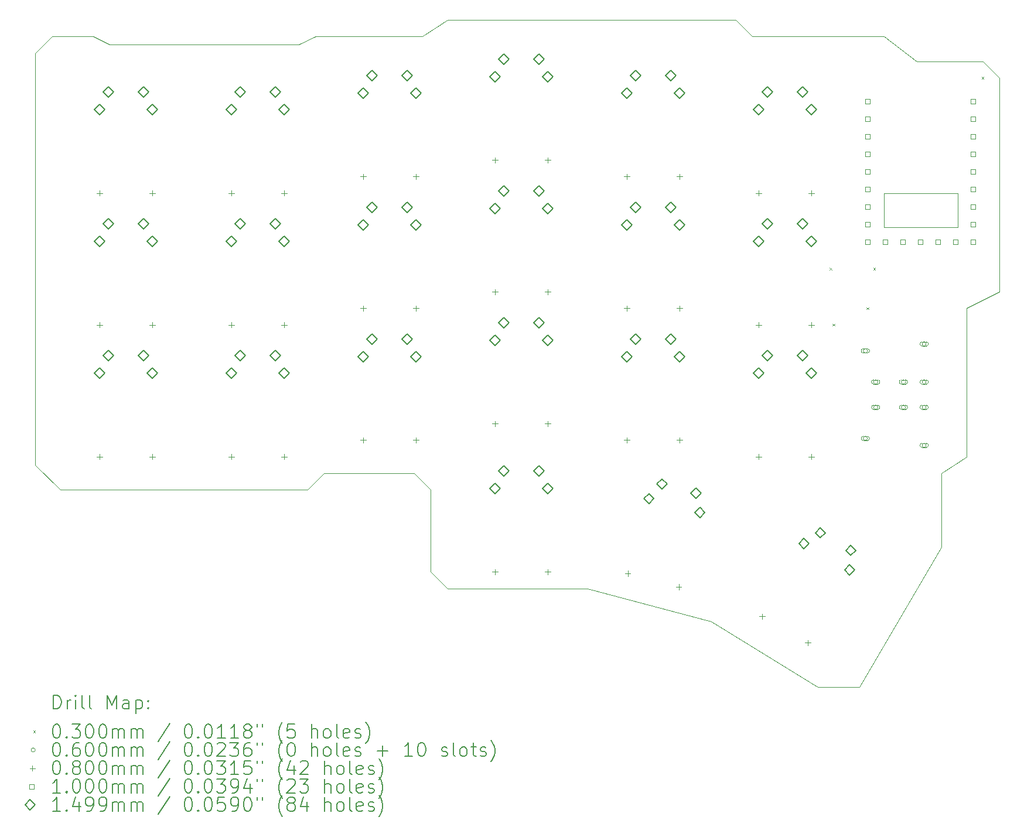
<source format=gbr>
%TF.GenerationSoftware,KiCad,Pcbnew,8.0.4*%
%TF.CreationDate,2024-09-10T22:18:47+03:00*%
%TF.ProjectId,muikku42,6d75696b-6b75-4343-922e-6b696361645f,rev?*%
%TF.SameCoordinates,Original*%
%TF.FileFunction,Drillmap*%
%TF.FilePolarity,Positive*%
%FSLAX45Y45*%
G04 Gerber Fmt 4.5, Leading zero omitted, Abs format (unit mm)*
G04 Created by KiCad (PCBNEW 8.0.4) date 2024-09-10 22:18:47*
%MOMM*%
%LPD*%
G01*
G04 APERTURE LIST*
%ADD10C,0.050000*%
%ADD11C,0.200000*%
%ADD12C,0.100000*%
%ADD13C,0.149860*%
G04 APERTURE END LIST*
D10*
X16668750Y-6667500D02*
X17740313Y-6667500D01*
X17740313Y-7164687D01*
X16668750Y-7164687D01*
X16668750Y-6667500D01*
X14763750Y-4405313D02*
X16668750Y-4405313D01*
X17145000Y-4762500D01*
X18097500Y-4762500D01*
X18335625Y-5000625D01*
X18335625Y-8096250D01*
X17859375Y-8334375D01*
X17859375Y-10477500D01*
X17502188Y-10715625D01*
X17502188Y-11787187D01*
X16311562Y-13811250D01*
X15716250Y-13811250D01*
X14168437Y-12858750D01*
X12382500Y-12382500D01*
X10358438Y-12382500D01*
X10120313Y-12144375D01*
X10120313Y-10953750D01*
X9882188Y-10715625D01*
X8572500Y-10715625D01*
X8334375Y-10953750D01*
X4762500Y-10953750D01*
X4405313Y-10596563D01*
X4405313Y-4643438D01*
X4643438Y-4405313D01*
X5238750Y-4405313D01*
X5476875Y-4524375D01*
X8215312Y-4524375D01*
X8453438Y-4405313D01*
X10001250Y-4405313D01*
X10358438Y-4167187D01*
X14525625Y-4167187D01*
X14763750Y-4405313D01*
D11*
D12*
X15885000Y-7748402D02*
X15915000Y-7778402D01*
X15915000Y-7748402D02*
X15885000Y-7778402D01*
X15925000Y-8557500D02*
X15955000Y-8587500D01*
X15955000Y-8557500D02*
X15925000Y-8587500D01*
X16415625Y-8319375D02*
X16445625Y-8349375D01*
X16445625Y-8319375D02*
X16415625Y-8349375D01*
X16515625Y-7748402D02*
X16545625Y-7778402D01*
X16545625Y-7748402D02*
X16515625Y-7778402D01*
X18082500Y-4985625D02*
X18112500Y-5015625D01*
X18112500Y-4985625D02*
X18082500Y-5015625D01*
X16429687Y-10213125D02*
G75*
G02*
X16369687Y-10213125I-30000J0D01*
G01*
X16369687Y-10213125D02*
G75*
G02*
X16429687Y-10213125I30000J0D01*
G01*
X16429687Y-10183125D02*
X16369687Y-10183125D01*
X16369687Y-10243125D02*
G75*
G02*
X16369687Y-10183125I0J30000D01*
G01*
X16369687Y-10243125D02*
X16429687Y-10243125D01*
X16429687Y-10243125D02*
G75*
G03*
X16429687Y-10183125I0J30000D01*
G01*
X16429688Y-8947812D02*
G75*
G02*
X16369688Y-8947812I-30000J0D01*
G01*
X16369688Y-8947812D02*
G75*
G02*
X16429688Y-8947812I30000J0D01*
G01*
X16429688Y-8917812D02*
X16369688Y-8917812D01*
X16369688Y-8977812D02*
G75*
G02*
X16369688Y-8917812I0J30000D01*
G01*
X16369688Y-8977812D02*
X16429688Y-8977812D01*
X16429688Y-8977812D02*
G75*
G03*
X16429688Y-8917812I0J30000D01*
G01*
X16579687Y-9763125D02*
G75*
G02*
X16519687Y-9763125I-30000J0D01*
G01*
X16519687Y-9763125D02*
G75*
G02*
X16579687Y-9763125I30000J0D01*
G01*
X16579687Y-9733125D02*
X16519687Y-9733125D01*
X16519687Y-9793125D02*
G75*
G02*
X16519687Y-9733125I0J30000D01*
G01*
X16519687Y-9793125D02*
X16579687Y-9793125D01*
X16579687Y-9793125D02*
G75*
G03*
X16579687Y-9733125I0J30000D01*
G01*
X16579688Y-9397812D02*
G75*
G02*
X16519688Y-9397812I-30000J0D01*
G01*
X16519688Y-9397812D02*
G75*
G02*
X16579688Y-9397812I30000J0D01*
G01*
X16579688Y-9367812D02*
X16519688Y-9367812D01*
X16519688Y-9427812D02*
G75*
G02*
X16519688Y-9367812I0J30000D01*
G01*
X16519688Y-9427812D02*
X16579688Y-9427812D01*
X16579688Y-9427812D02*
G75*
G03*
X16579688Y-9367812I0J30000D01*
G01*
X16979688Y-9763125D02*
G75*
G02*
X16919688Y-9763125I-30000J0D01*
G01*
X16919688Y-9763125D02*
G75*
G02*
X16979688Y-9763125I30000J0D01*
G01*
X16979688Y-9733125D02*
X16919688Y-9733125D01*
X16919688Y-9793125D02*
G75*
G02*
X16919688Y-9733125I0J30000D01*
G01*
X16919688Y-9793125D02*
X16979688Y-9793125D01*
X16979688Y-9793125D02*
G75*
G03*
X16979688Y-9733125I0J30000D01*
G01*
X16979688Y-9397812D02*
G75*
G02*
X16919688Y-9397812I-30000J0D01*
G01*
X16919688Y-9397812D02*
G75*
G02*
X16979688Y-9397812I30000J0D01*
G01*
X16979688Y-9367812D02*
X16919688Y-9367812D01*
X16919688Y-9427812D02*
G75*
G02*
X16919688Y-9367812I0J30000D01*
G01*
X16919688Y-9427812D02*
X16979688Y-9427812D01*
X16979688Y-9427812D02*
G75*
G03*
X16979688Y-9367812I0J30000D01*
G01*
X17279688Y-9763125D02*
G75*
G02*
X17219688Y-9763125I-30000J0D01*
G01*
X17219688Y-9763125D02*
G75*
G02*
X17279688Y-9763125I30000J0D01*
G01*
X17279688Y-9733125D02*
X17219688Y-9733125D01*
X17219688Y-9793125D02*
G75*
G02*
X17219688Y-9733125I0J30000D01*
G01*
X17219688Y-9793125D02*
X17279688Y-9793125D01*
X17279688Y-9793125D02*
G75*
G03*
X17279688Y-9733125I0J30000D01*
G01*
X17279688Y-10313125D02*
G75*
G02*
X17219688Y-10313125I-30000J0D01*
G01*
X17219688Y-10313125D02*
G75*
G02*
X17279688Y-10313125I30000J0D01*
G01*
X17279688Y-10283125D02*
X17219688Y-10283125D01*
X17219688Y-10343125D02*
G75*
G02*
X17219688Y-10283125I0J30000D01*
G01*
X17219688Y-10343125D02*
X17279688Y-10343125D01*
X17279688Y-10343125D02*
G75*
G03*
X17279688Y-10283125I0J30000D01*
G01*
X17279688Y-8847812D02*
G75*
G02*
X17219688Y-8847812I-30000J0D01*
G01*
X17219688Y-8847812D02*
G75*
G02*
X17279688Y-8847812I30000J0D01*
G01*
X17279688Y-8817812D02*
X17219688Y-8817812D01*
X17219688Y-8877812D02*
G75*
G02*
X17219688Y-8817812I0J30000D01*
G01*
X17219688Y-8877812D02*
X17279688Y-8877812D01*
X17279688Y-8877812D02*
G75*
G03*
X17279688Y-8817812I0J30000D01*
G01*
X17279688Y-9397812D02*
G75*
G02*
X17219688Y-9397812I-30000J0D01*
G01*
X17219688Y-9397812D02*
G75*
G02*
X17279688Y-9397812I30000J0D01*
G01*
X17279688Y-9367812D02*
X17219688Y-9367812D01*
X17219688Y-9427812D02*
G75*
G02*
X17219688Y-9367812I0J30000D01*
G01*
X17219688Y-9427812D02*
X17279688Y-9427812D01*
X17279688Y-9427812D02*
G75*
G03*
X17279688Y-9367812I0J30000D01*
G01*
X5334000Y-6627500D02*
X5334000Y-6707500D01*
X5294000Y-6667500D02*
X5374000Y-6667500D01*
X5334000Y-8532500D02*
X5334000Y-8612500D01*
X5294000Y-8572500D02*
X5374000Y-8572500D01*
X5334000Y-10437500D02*
X5334000Y-10517500D01*
X5294000Y-10477500D02*
X5374000Y-10477500D01*
X6096000Y-6627500D02*
X6096000Y-6707500D01*
X6056000Y-6667500D02*
X6136000Y-6667500D01*
X6096000Y-8532500D02*
X6096000Y-8612500D01*
X6056000Y-8572500D02*
X6136000Y-8572500D01*
X6096000Y-10437500D02*
X6096000Y-10517500D01*
X6056000Y-10477500D02*
X6136000Y-10477500D01*
X7239000Y-6627500D02*
X7239000Y-6707500D01*
X7199000Y-6667500D02*
X7279000Y-6667500D01*
X7239000Y-8532500D02*
X7239000Y-8612500D01*
X7199000Y-8572500D02*
X7279000Y-8572500D01*
X7239000Y-10437500D02*
X7239000Y-10517500D01*
X7199000Y-10477500D02*
X7279000Y-10477500D01*
X8001000Y-6627500D02*
X8001000Y-6707500D01*
X7961000Y-6667500D02*
X8041000Y-6667500D01*
X8001000Y-8532500D02*
X8001000Y-8612500D01*
X7961000Y-8572500D02*
X8041000Y-8572500D01*
X8001000Y-10437500D02*
X8001000Y-10517500D01*
X7961000Y-10477500D02*
X8041000Y-10477500D01*
X9144000Y-6389375D02*
X9144000Y-6469375D01*
X9104000Y-6429375D02*
X9184000Y-6429375D01*
X9144000Y-8294375D02*
X9144000Y-8374375D01*
X9104000Y-8334375D02*
X9184000Y-8334375D01*
X9144000Y-10199375D02*
X9144000Y-10279375D01*
X9104000Y-10239375D02*
X9184000Y-10239375D01*
X9906000Y-6389375D02*
X9906000Y-6469375D01*
X9866000Y-6429375D02*
X9946000Y-6429375D01*
X9906000Y-8294375D02*
X9906000Y-8374375D01*
X9866000Y-8334375D02*
X9946000Y-8334375D01*
X9906000Y-10199375D02*
X9906000Y-10279375D01*
X9866000Y-10239375D02*
X9946000Y-10239375D01*
X11049000Y-6151250D02*
X11049000Y-6231250D01*
X11009000Y-6191250D02*
X11089000Y-6191250D01*
X11049000Y-8056250D02*
X11049000Y-8136250D01*
X11009000Y-8096250D02*
X11089000Y-8096250D01*
X11049000Y-9961250D02*
X11049000Y-10041250D01*
X11009000Y-10001250D02*
X11089000Y-10001250D01*
X11049000Y-12104375D02*
X11049000Y-12184375D01*
X11009000Y-12144375D02*
X11089000Y-12144375D01*
X11811000Y-6151250D02*
X11811000Y-6231250D01*
X11771000Y-6191250D02*
X11851000Y-6191250D01*
X11811000Y-8056250D02*
X11811000Y-8136250D01*
X11771000Y-8096250D02*
X11851000Y-8096250D01*
X11811000Y-9961250D02*
X11811000Y-10041250D01*
X11771000Y-10001250D02*
X11851000Y-10001250D01*
X11811000Y-12104375D02*
X11811000Y-12184375D01*
X11771000Y-12144375D02*
X11851000Y-12144375D01*
X12954000Y-6389375D02*
X12954000Y-6469375D01*
X12914000Y-6429375D02*
X12994000Y-6429375D01*
X12954000Y-8294375D02*
X12954000Y-8374375D01*
X12914000Y-8334375D02*
X12994000Y-8334375D01*
X12954000Y-10199375D02*
X12954000Y-10279375D01*
X12914000Y-10239375D02*
X12994000Y-10239375D01*
X12966982Y-12124827D02*
X12966982Y-12204827D01*
X12926982Y-12164827D02*
X13006982Y-12164827D01*
X13703018Y-12322048D02*
X13703018Y-12402048D01*
X13663018Y-12362048D02*
X13743018Y-12362048D01*
X13716000Y-6389375D02*
X13716000Y-6469375D01*
X13676000Y-6429375D02*
X13756000Y-6429375D01*
X13716000Y-8294375D02*
X13716000Y-8374375D01*
X13676000Y-8334375D02*
X13756000Y-8334375D01*
X13716000Y-10199375D02*
X13716000Y-10279375D01*
X13676000Y-10239375D02*
X13756000Y-10239375D01*
X14859000Y-6627500D02*
X14859000Y-6707500D01*
X14819000Y-6667500D02*
X14899000Y-6667500D01*
X14859000Y-8532500D02*
X14859000Y-8612500D01*
X14819000Y-8572500D02*
X14899000Y-8572500D01*
X14859000Y-10437500D02*
X14859000Y-10517500D01*
X14819000Y-10477500D02*
X14899000Y-10477500D01*
X14910044Y-12747312D02*
X14910044Y-12827312D01*
X14870044Y-12787312D02*
X14950044Y-12787312D01*
X15569956Y-13128312D02*
X15569956Y-13208312D01*
X15529956Y-13168312D02*
X15609956Y-13168312D01*
X15621000Y-6627500D02*
X15621000Y-6707500D01*
X15581000Y-6667500D02*
X15661000Y-6667500D01*
X15621000Y-8532500D02*
X15621000Y-8612500D01*
X15581000Y-8572500D02*
X15661000Y-8572500D01*
X15621000Y-10437500D02*
X15621000Y-10517500D01*
X15581000Y-10477500D02*
X15661000Y-10477500D01*
X16465981Y-5377293D02*
X16465981Y-5306582D01*
X16395269Y-5306582D01*
X16395269Y-5377293D01*
X16465981Y-5377293D01*
X16465981Y-5631293D02*
X16465981Y-5560582D01*
X16395269Y-5560582D01*
X16395269Y-5631293D01*
X16465981Y-5631293D01*
X16465981Y-5885293D02*
X16465981Y-5814582D01*
X16395269Y-5814582D01*
X16395269Y-5885293D01*
X16465981Y-5885293D01*
X16465981Y-6139293D02*
X16465981Y-6068582D01*
X16395269Y-6068582D01*
X16395269Y-6139293D01*
X16465981Y-6139293D01*
X16465981Y-6393293D02*
X16465981Y-6322582D01*
X16395269Y-6322582D01*
X16395269Y-6393293D01*
X16465981Y-6393293D01*
X16465981Y-6647293D02*
X16465981Y-6576582D01*
X16395269Y-6576582D01*
X16395269Y-6647293D01*
X16465981Y-6647293D01*
X16465981Y-6901293D02*
X16465981Y-6830582D01*
X16395269Y-6830582D01*
X16395269Y-6901293D01*
X16465981Y-6901293D01*
X16465981Y-7155293D02*
X16465981Y-7084582D01*
X16395269Y-7084582D01*
X16395269Y-7155293D01*
X16465981Y-7155293D01*
X16465981Y-7409293D02*
X16465981Y-7338582D01*
X16395269Y-7338582D01*
X16395269Y-7409293D01*
X16465981Y-7409293D01*
X16719981Y-7409293D02*
X16719981Y-7338582D01*
X16649269Y-7338582D01*
X16649269Y-7409293D01*
X16719981Y-7409293D01*
X16973981Y-7409293D02*
X16973981Y-7338582D01*
X16903269Y-7338582D01*
X16903269Y-7409293D01*
X16973981Y-7409293D01*
X17227981Y-7409293D02*
X17227981Y-7338582D01*
X17157269Y-7338582D01*
X17157269Y-7409293D01*
X17227981Y-7409293D01*
X17481981Y-7409293D02*
X17481981Y-7338582D01*
X17411269Y-7338582D01*
X17411269Y-7409293D01*
X17481981Y-7409293D01*
X17735981Y-7409293D02*
X17735981Y-7338582D01*
X17665269Y-7338582D01*
X17665269Y-7409293D01*
X17735981Y-7409293D01*
X17989981Y-5377293D02*
X17989981Y-5306582D01*
X17919269Y-5306582D01*
X17919269Y-5377293D01*
X17989981Y-5377293D01*
X17989981Y-5631293D02*
X17989981Y-5560582D01*
X17919269Y-5560582D01*
X17919269Y-5631293D01*
X17989981Y-5631293D01*
X17989981Y-5885293D02*
X17989981Y-5814582D01*
X17919269Y-5814582D01*
X17919269Y-5885293D01*
X17989981Y-5885293D01*
X17989981Y-6139293D02*
X17989981Y-6068582D01*
X17919269Y-6068582D01*
X17919269Y-6139293D01*
X17989981Y-6139293D01*
X17989981Y-6393293D02*
X17989981Y-6322582D01*
X17919269Y-6322582D01*
X17919269Y-6393293D01*
X17989981Y-6393293D01*
X17989981Y-6647293D02*
X17989981Y-6576582D01*
X17919269Y-6576582D01*
X17919269Y-6647293D01*
X17989981Y-6647293D01*
X17989981Y-6901293D02*
X17989981Y-6830582D01*
X17919269Y-6830582D01*
X17919269Y-6901293D01*
X17989981Y-6901293D01*
X17989981Y-7155293D02*
X17989981Y-7084582D01*
X17919269Y-7084582D01*
X17919269Y-7155293D01*
X17989981Y-7155293D01*
X17989981Y-7409293D02*
X17989981Y-7338582D01*
X17919269Y-7338582D01*
X17919269Y-7409293D01*
X17989981Y-7409293D01*
D13*
X5334000Y-5535930D02*
X5408930Y-5461000D01*
X5334000Y-5386070D01*
X5259070Y-5461000D01*
X5334000Y-5535930D01*
X5334000Y-7440930D02*
X5408930Y-7366000D01*
X5334000Y-7291070D01*
X5259070Y-7366000D01*
X5334000Y-7440930D01*
X5334000Y-9345930D02*
X5408930Y-9271000D01*
X5334000Y-9196070D01*
X5259070Y-9271000D01*
X5334000Y-9345930D01*
X5461000Y-5281930D02*
X5535930Y-5207000D01*
X5461000Y-5132070D01*
X5386070Y-5207000D01*
X5461000Y-5281930D01*
X5461000Y-7186930D02*
X5535930Y-7112000D01*
X5461000Y-7037070D01*
X5386070Y-7112000D01*
X5461000Y-7186930D01*
X5461000Y-9091930D02*
X5535930Y-9017000D01*
X5461000Y-8942070D01*
X5386070Y-9017000D01*
X5461000Y-9091930D01*
X5969000Y-5281930D02*
X6043930Y-5207000D01*
X5969000Y-5132070D01*
X5894070Y-5207000D01*
X5969000Y-5281930D01*
X5969000Y-7186930D02*
X6043930Y-7112000D01*
X5969000Y-7037070D01*
X5894070Y-7112000D01*
X5969000Y-7186930D01*
X5969000Y-9091930D02*
X6043930Y-9017000D01*
X5969000Y-8942070D01*
X5894070Y-9017000D01*
X5969000Y-9091930D01*
X6096000Y-5535930D02*
X6170930Y-5461000D01*
X6096000Y-5386070D01*
X6021070Y-5461000D01*
X6096000Y-5535930D01*
X6096000Y-7440930D02*
X6170930Y-7366000D01*
X6096000Y-7291070D01*
X6021070Y-7366000D01*
X6096000Y-7440930D01*
X6096000Y-9345930D02*
X6170930Y-9271000D01*
X6096000Y-9196070D01*
X6021070Y-9271000D01*
X6096000Y-9345930D01*
X7239000Y-5535930D02*
X7313930Y-5461000D01*
X7239000Y-5386070D01*
X7164070Y-5461000D01*
X7239000Y-5535930D01*
X7239000Y-7440930D02*
X7313930Y-7366000D01*
X7239000Y-7291070D01*
X7164070Y-7366000D01*
X7239000Y-7440930D01*
X7239000Y-9345930D02*
X7313930Y-9271000D01*
X7239000Y-9196070D01*
X7164070Y-9271000D01*
X7239000Y-9345930D01*
X7366000Y-5281930D02*
X7440930Y-5207000D01*
X7366000Y-5132070D01*
X7291070Y-5207000D01*
X7366000Y-5281930D01*
X7366000Y-7186930D02*
X7440930Y-7112000D01*
X7366000Y-7037070D01*
X7291070Y-7112000D01*
X7366000Y-7186930D01*
X7366000Y-9091930D02*
X7440930Y-9017000D01*
X7366000Y-8942070D01*
X7291070Y-9017000D01*
X7366000Y-9091930D01*
X7874000Y-5281930D02*
X7948930Y-5207000D01*
X7874000Y-5132070D01*
X7799070Y-5207000D01*
X7874000Y-5281930D01*
X7874000Y-7186930D02*
X7948930Y-7112000D01*
X7874000Y-7037070D01*
X7799070Y-7112000D01*
X7874000Y-7186930D01*
X7874000Y-9091930D02*
X7948930Y-9017000D01*
X7874000Y-8942070D01*
X7799070Y-9017000D01*
X7874000Y-9091930D01*
X8001000Y-5535930D02*
X8075930Y-5461000D01*
X8001000Y-5386070D01*
X7926070Y-5461000D01*
X8001000Y-5535930D01*
X8001000Y-7440930D02*
X8075930Y-7366000D01*
X8001000Y-7291070D01*
X7926070Y-7366000D01*
X8001000Y-7440930D01*
X8001000Y-9345930D02*
X8075930Y-9271000D01*
X8001000Y-9196070D01*
X7926070Y-9271000D01*
X8001000Y-9345930D01*
X9144000Y-5297805D02*
X9218930Y-5222875D01*
X9144000Y-5147945D01*
X9069070Y-5222875D01*
X9144000Y-5297805D01*
X9144000Y-7202805D02*
X9218930Y-7127875D01*
X9144000Y-7052945D01*
X9069070Y-7127875D01*
X9144000Y-7202805D01*
X9144000Y-9107805D02*
X9218930Y-9032875D01*
X9144000Y-8957945D01*
X9069070Y-9032875D01*
X9144000Y-9107805D01*
X9271000Y-5043805D02*
X9345930Y-4968875D01*
X9271000Y-4893945D01*
X9196070Y-4968875D01*
X9271000Y-5043805D01*
X9271000Y-6948805D02*
X9345930Y-6873875D01*
X9271000Y-6798945D01*
X9196070Y-6873875D01*
X9271000Y-6948805D01*
X9271000Y-8853805D02*
X9345930Y-8778875D01*
X9271000Y-8703945D01*
X9196070Y-8778875D01*
X9271000Y-8853805D01*
X9779000Y-5043805D02*
X9853930Y-4968875D01*
X9779000Y-4893945D01*
X9704070Y-4968875D01*
X9779000Y-5043805D01*
X9779000Y-6948805D02*
X9853930Y-6873875D01*
X9779000Y-6798945D01*
X9704070Y-6873875D01*
X9779000Y-6948805D01*
X9779000Y-8853805D02*
X9853930Y-8778875D01*
X9779000Y-8703945D01*
X9704070Y-8778875D01*
X9779000Y-8853805D01*
X9906000Y-5297805D02*
X9980930Y-5222875D01*
X9906000Y-5147945D01*
X9831070Y-5222875D01*
X9906000Y-5297805D01*
X9906000Y-7202805D02*
X9980930Y-7127875D01*
X9906000Y-7052945D01*
X9831070Y-7127875D01*
X9906000Y-7202805D01*
X9906000Y-9107805D02*
X9980930Y-9032875D01*
X9906000Y-8957945D01*
X9831070Y-9032875D01*
X9906000Y-9107805D01*
X11049000Y-5059680D02*
X11123930Y-4984750D01*
X11049000Y-4909820D01*
X10974070Y-4984750D01*
X11049000Y-5059680D01*
X11049000Y-6964680D02*
X11123930Y-6889750D01*
X11049000Y-6814820D01*
X10974070Y-6889750D01*
X11049000Y-6964680D01*
X11049000Y-8869680D02*
X11123930Y-8794750D01*
X11049000Y-8719820D01*
X10974070Y-8794750D01*
X11049000Y-8869680D01*
X11049000Y-11012805D02*
X11123930Y-10937875D01*
X11049000Y-10862945D01*
X10974070Y-10937875D01*
X11049000Y-11012805D01*
X11176000Y-4805680D02*
X11250930Y-4730750D01*
X11176000Y-4655820D01*
X11101070Y-4730750D01*
X11176000Y-4805680D01*
X11176000Y-6710680D02*
X11250930Y-6635750D01*
X11176000Y-6560820D01*
X11101070Y-6635750D01*
X11176000Y-6710680D01*
X11176000Y-8615680D02*
X11250930Y-8540750D01*
X11176000Y-8465820D01*
X11101070Y-8540750D01*
X11176000Y-8615680D01*
X11176000Y-10758805D02*
X11250930Y-10683875D01*
X11176000Y-10608945D01*
X11101070Y-10683875D01*
X11176000Y-10758805D01*
X11684000Y-4805680D02*
X11758930Y-4730750D01*
X11684000Y-4655820D01*
X11609070Y-4730750D01*
X11684000Y-4805680D01*
X11684000Y-6710680D02*
X11758930Y-6635750D01*
X11684000Y-6560820D01*
X11609070Y-6635750D01*
X11684000Y-6710680D01*
X11684000Y-8615680D02*
X11758930Y-8540750D01*
X11684000Y-8465820D01*
X11609070Y-8540750D01*
X11684000Y-8615680D01*
X11684000Y-10758805D02*
X11758930Y-10683875D01*
X11684000Y-10608945D01*
X11609070Y-10683875D01*
X11684000Y-10758805D01*
X11811000Y-5059680D02*
X11885930Y-4984750D01*
X11811000Y-4909820D01*
X11736070Y-4984750D01*
X11811000Y-5059680D01*
X11811000Y-6964680D02*
X11885930Y-6889750D01*
X11811000Y-6814820D01*
X11736070Y-6889750D01*
X11811000Y-6964680D01*
X11811000Y-8869680D02*
X11885930Y-8794750D01*
X11811000Y-8719820D01*
X11736070Y-8794750D01*
X11811000Y-8869680D01*
X11811000Y-11012805D02*
X11885930Y-10937875D01*
X11811000Y-10862945D01*
X11736070Y-10937875D01*
X11811000Y-11012805D01*
X12954000Y-5297805D02*
X13028930Y-5222875D01*
X12954000Y-5147945D01*
X12879070Y-5222875D01*
X12954000Y-5297805D01*
X12954000Y-7202805D02*
X13028930Y-7127875D01*
X12954000Y-7052945D01*
X12879070Y-7127875D01*
X12954000Y-7202805D01*
X12954000Y-9107805D02*
X13028930Y-9032875D01*
X12954000Y-8957945D01*
X12879070Y-9032875D01*
X12954000Y-9107805D01*
X13081000Y-5043805D02*
X13155930Y-4968875D01*
X13081000Y-4893945D01*
X13006070Y-4968875D01*
X13081000Y-5043805D01*
X13081000Y-6948805D02*
X13155930Y-6873875D01*
X13081000Y-6798945D01*
X13006070Y-6873875D01*
X13081000Y-6948805D01*
X13081000Y-8853805D02*
X13155930Y-8778875D01*
X13081000Y-8703945D01*
X13006070Y-8778875D01*
X13081000Y-8853805D01*
X13270847Y-11160975D02*
X13345777Y-11086045D01*
X13270847Y-11011115D01*
X13195917Y-11086045D01*
X13270847Y-11160975D01*
X13459260Y-10948500D02*
X13534190Y-10873570D01*
X13459260Y-10798640D01*
X13384330Y-10873570D01*
X13459260Y-10948500D01*
X13589000Y-5043805D02*
X13663930Y-4968875D01*
X13589000Y-4893945D01*
X13514070Y-4968875D01*
X13589000Y-5043805D01*
X13589000Y-6948805D02*
X13663930Y-6873875D01*
X13589000Y-6798945D01*
X13514070Y-6873875D01*
X13589000Y-6948805D01*
X13589000Y-8853805D02*
X13663930Y-8778875D01*
X13589000Y-8703945D01*
X13514070Y-8778875D01*
X13589000Y-8853805D01*
X13716000Y-5297805D02*
X13790930Y-5222875D01*
X13716000Y-5147945D01*
X13641070Y-5222875D01*
X13716000Y-5297805D01*
X13716000Y-7202805D02*
X13790930Y-7127875D01*
X13716000Y-7052945D01*
X13641070Y-7127875D01*
X13716000Y-7202805D01*
X13716000Y-9107805D02*
X13790930Y-9032875D01*
X13716000Y-8957945D01*
X13641070Y-9032875D01*
X13716000Y-9107805D01*
X13949950Y-11079980D02*
X14024880Y-11005050D01*
X13949950Y-10930120D01*
X13875020Y-11005050D01*
X13949950Y-11079980D01*
X14006883Y-11358195D02*
X14081813Y-11283265D01*
X14006883Y-11208335D01*
X13931953Y-11283265D01*
X14006883Y-11358195D01*
X14859000Y-5535930D02*
X14933930Y-5461000D01*
X14859000Y-5386070D01*
X14784070Y-5461000D01*
X14859000Y-5535930D01*
X14859000Y-7440930D02*
X14933930Y-7366000D01*
X14859000Y-7291070D01*
X14784070Y-7366000D01*
X14859000Y-7440930D01*
X14859000Y-9345930D02*
X14933930Y-9271000D01*
X14859000Y-9196070D01*
X14784070Y-9271000D01*
X14859000Y-9345930D01*
X14986000Y-5281930D02*
X15060930Y-5207000D01*
X14986000Y-5132070D01*
X14911070Y-5207000D01*
X14986000Y-5281930D01*
X14986000Y-7186930D02*
X15060930Y-7112000D01*
X14986000Y-7037070D01*
X14911070Y-7112000D01*
X14986000Y-7186930D01*
X14986000Y-9091930D02*
X15060930Y-9017000D01*
X14986000Y-8942070D01*
X14911070Y-9017000D01*
X14986000Y-9091930D01*
X15494000Y-5281930D02*
X15568930Y-5207000D01*
X15494000Y-5132070D01*
X15419070Y-5207000D01*
X15494000Y-5281930D01*
X15494000Y-7186930D02*
X15568930Y-7112000D01*
X15494000Y-7037070D01*
X15419070Y-7112000D01*
X15494000Y-7186930D01*
X15494000Y-9091930D02*
X15568930Y-9017000D01*
X15494000Y-8942070D01*
X15419070Y-9017000D01*
X15494000Y-9091930D01*
X15513294Y-11808834D02*
X15588224Y-11733904D01*
X15513294Y-11658974D01*
X15438364Y-11733904D01*
X15513294Y-11808834D01*
X15621000Y-5535930D02*
X15695930Y-5461000D01*
X15621000Y-5386070D01*
X15546070Y-5461000D01*
X15621000Y-5535930D01*
X15621000Y-7440930D02*
X15695930Y-7366000D01*
X15621000Y-7291070D01*
X15546070Y-7366000D01*
X15621000Y-7440930D01*
X15621000Y-9345930D02*
X15695930Y-9271000D01*
X15621000Y-9196070D01*
X15546070Y-9271000D01*
X15621000Y-9345930D01*
X15750279Y-11652364D02*
X15825209Y-11577434D01*
X15750279Y-11502504D01*
X15675349Y-11577434D01*
X15750279Y-11652364D01*
X16173206Y-12189834D02*
X16248136Y-12114904D01*
X16173206Y-12039974D01*
X16098276Y-12114904D01*
X16173206Y-12189834D01*
X16190220Y-11906364D02*
X16265150Y-11831434D01*
X16190220Y-11756504D01*
X16115290Y-11831434D01*
X16190220Y-11906364D01*
D11*
X4663589Y-14125234D02*
X4663589Y-13925234D01*
X4663589Y-13925234D02*
X4711208Y-13925234D01*
X4711208Y-13925234D02*
X4739780Y-13934758D01*
X4739780Y-13934758D02*
X4758827Y-13953805D01*
X4758827Y-13953805D02*
X4768351Y-13972853D01*
X4768351Y-13972853D02*
X4777875Y-14010948D01*
X4777875Y-14010948D02*
X4777875Y-14039519D01*
X4777875Y-14039519D02*
X4768351Y-14077615D01*
X4768351Y-14077615D02*
X4758827Y-14096662D01*
X4758827Y-14096662D02*
X4739780Y-14115710D01*
X4739780Y-14115710D02*
X4711208Y-14125234D01*
X4711208Y-14125234D02*
X4663589Y-14125234D01*
X4863589Y-14125234D02*
X4863589Y-13991900D01*
X4863589Y-14029996D02*
X4873113Y-14010948D01*
X4873113Y-14010948D02*
X4882637Y-14001424D01*
X4882637Y-14001424D02*
X4901685Y-13991900D01*
X4901685Y-13991900D02*
X4920732Y-13991900D01*
X4987399Y-14125234D02*
X4987399Y-13991900D01*
X4987399Y-13925234D02*
X4977875Y-13934758D01*
X4977875Y-13934758D02*
X4987399Y-13944281D01*
X4987399Y-13944281D02*
X4996923Y-13934758D01*
X4996923Y-13934758D02*
X4987399Y-13925234D01*
X4987399Y-13925234D02*
X4987399Y-13944281D01*
X5111208Y-14125234D02*
X5092161Y-14115710D01*
X5092161Y-14115710D02*
X5082637Y-14096662D01*
X5082637Y-14096662D02*
X5082637Y-13925234D01*
X5215970Y-14125234D02*
X5196923Y-14115710D01*
X5196923Y-14115710D02*
X5187399Y-14096662D01*
X5187399Y-14096662D02*
X5187399Y-13925234D01*
X5444542Y-14125234D02*
X5444542Y-13925234D01*
X5444542Y-13925234D02*
X5511208Y-14068091D01*
X5511208Y-14068091D02*
X5577875Y-13925234D01*
X5577875Y-13925234D02*
X5577875Y-14125234D01*
X5758827Y-14125234D02*
X5758827Y-14020472D01*
X5758827Y-14020472D02*
X5749304Y-14001424D01*
X5749304Y-14001424D02*
X5730256Y-13991900D01*
X5730256Y-13991900D02*
X5692161Y-13991900D01*
X5692161Y-13991900D02*
X5673113Y-14001424D01*
X5758827Y-14115710D02*
X5739780Y-14125234D01*
X5739780Y-14125234D02*
X5692161Y-14125234D01*
X5692161Y-14125234D02*
X5673113Y-14115710D01*
X5673113Y-14115710D02*
X5663589Y-14096662D01*
X5663589Y-14096662D02*
X5663589Y-14077615D01*
X5663589Y-14077615D02*
X5673113Y-14058567D01*
X5673113Y-14058567D02*
X5692161Y-14049043D01*
X5692161Y-14049043D02*
X5739780Y-14049043D01*
X5739780Y-14049043D02*
X5758827Y-14039519D01*
X5854065Y-13991900D02*
X5854065Y-14191900D01*
X5854065Y-14001424D02*
X5873113Y-13991900D01*
X5873113Y-13991900D02*
X5911208Y-13991900D01*
X5911208Y-13991900D02*
X5930256Y-14001424D01*
X5930256Y-14001424D02*
X5939780Y-14010948D01*
X5939780Y-14010948D02*
X5949304Y-14029996D01*
X5949304Y-14029996D02*
X5949304Y-14087138D01*
X5949304Y-14087138D02*
X5939780Y-14106186D01*
X5939780Y-14106186D02*
X5930256Y-14115710D01*
X5930256Y-14115710D02*
X5911208Y-14125234D01*
X5911208Y-14125234D02*
X5873113Y-14125234D01*
X5873113Y-14125234D02*
X5854065Y-14115710D01*
X6035018Y-14106186D02*
X6044542Y-14115710D01*
X6044542Y-14115710D02*
X6035018Y-14125234D01*
X6035018Y-14125234D02*
X6025494Y-14115710D01*
X6025494Y-14115710D02*
X6035018Y-14106186D01*
X6035018Y-14106186D02*
X6035018Y-14125234D01*
X6035018Y-14001424D02*
X6044542Y-14010948D01*
X6044542Y-14010948D02*
X6035018Y-14020472D01*
X6035018Y-14020472D02*
X6025494Y-14010948D01*
X6025494Y-14010948D02*
X6035018Y-14001424D01*
X6035018Y-14001424D02*
X6035018Y-14020472D01*
D12*
X4372813Y-14438750D02*
X4402813Y-14468750D01*
X4402813Y-14438750D02*
X4372813Y-14468750D01*
D11*
X4701685Y-14345234D02*
X4720732Y-14345234D01*
X4720732Y-14345234D02*
X4739780Y-14354758D01*
X4739780Y-14354758D02*
X4749304Y-14364281D01*
X4749304Y-14364281D02*
X4758827Y-14383329D01*
X4758827Y-14383329D02*
X4768351Y-14421424D01*
X4768351Y-14421424D02*
X4768351Y-14469043D01*
X4768351Y-14469043D02*
X4758827Y-14507138D01*
X4758827Y-14507138D02*
X4749304Y-14526186D01*
X4749304Y-14526186D02*
X4739780Y-14535710D01*
X4739780Y-14535710D02*
X4720732Y-14545234D01*
X4720732Y-14545234D02*
X4701685Y-14545234D01*
X4701685Y-14545234D02*
X4682637Y-14535710D01*
X4682637Y-14535710D02*
X4673113Y-14526186D01*
X4673113Y-14526186D02*
X4663589Y-14507138D01*
X4663589Y-14507138D02*
X4654066Y-14469043D01*
X4654066Y-14469043D02*
X4654066Y-14421424D01*
X4654066Y-14421424D02*
X4663589Y-14383329D01*
X4663589Y-14383329D02*
X4673113Y-14364281D01*
X4673113Y-14364281D02*
X4682637Y-14354758D01*
X4682637Y-14354758D02*
X4701685Y-14345234D01*
X4854066Y-14526186D02*
X4863589Y-14535710D01*
X4863589Y-14535710D02*
X4854066Y-14545234D01*
X4854066Y-14545234D02*
X4844542Y-14535710D01*
X4844542Y-14535710D02*
X4854066Y-14526186D01*
X4854066Y-14526186D02*
X4854066Y-14545234D01*
X4930256Y-14345234D02*
X5054066Y-14345234D01*
X5054066Y-14345234D02*
X4987399Y-14421424D01*
X4987399Y-14421424D02*
X5015970Y-14421424D01*
X5015970Y-14421424D02*
X5035018Y-14430948D01*
X5035018Y-14430948D02*
X5044542Y-14440472D01*
X5044542Y-14440472D02*
X5054066Y-14459519D01*
X5054066Y-14459519D02*
X5054066Y-14507138D01*
X5054066Y-14507138D02*
X5044542Y-14526186D01*
X5044542Y-14526186D02*
X5035018Y-14535710D01*
X5035018Y-14535710D02*
X5015970Y-14545234D01*
X5015970Y-14545234D02*
X4958827Y-14545234D01*
X4958827Y-14545234D02*
X4939780Y-14535710D01*
X4939780Y-14535710D02*
X4930256Y-14526186D01*
X5177875Y-14345234D02*
X5196923Y-14345234D01*
X5196923Y-14345234D02*
X5215970Y-14354758D01*
X5215970Y-14354758D02*
X5225494Y-14364281D01*
X5225494Y-14364281D02*
X5235018Y-14383329D01*
X5235018Y-14383329D02*
X5244542Y-14421424D01*
X5244542Y-14421424D02*
X5244542Y-14469043D01*
X5244542Y-14469043D02*
X5235018Y-14507138D01*
X5235018Y-14507138D02*
X5225494Y-14526186D01*
X5225494Y-14526186D02*
X5215970Y-14535710D01*
X5215970Y-14535710D02*
X5196923Y-14545234D01*
X5196923Y-14545234D02*
X5177875Y-14545234D01*
X5177875Y-14545234D02*
X5158827Y-14535710D01*
X5158827Y-14535710D02*
X5149304Y-14526186D01*
X5149304Y-14526186D02*
X5139780Y-14507138D01*
X5139780Y-14507138D02*
X5130256Y-14469043D01*
X5130256Y-14469043D02*
X5130256Y-14421424D01*
X5130256Y-14421424D02*
X5139780Y-14383329D01*
X5139780Y-14383329D02*
X5149304Y-14364281D01*
X5149304Y-14364281D02*
X5158827Y-14354758D01*
X5158827Y-14354758D02*
X5177875Y-14345234D01*
X5368351Y-14345234D02*
X5387399Y-14345234D01*
X5387399Y-14345234D02*
X5406447Y-14354758D01*
X5406447Y-14354758D02*
X5415970Y-14364281D01*
X5415970Y-14364281D02*
X5425494Y-14383329D01*
X5425494Y-14383329D02*
X5435018Y-14421424D01*
X5435018Y-14421424D02*
X5435018Y-14469043D01*
X5435018Y-14469043D02*
X5425494Y-14507138D01*
X5425494Y-14507138D02*
X5415970Y-14526186D01*
X5415970Y-14526186D02*
X5406447Y-14535710D01*
X5406447Y-14535710D02*
X5387399Y-14545234D01*
X5387399Y-14545234D02*
X5368351Y-14545234D01*
X5368351Y-14545234D02*
X5349304Y-14535710D01*
X5349304Y-14535710D02*
X5339780Y-14526186D01*
X5339780Y-14526186D02*
X5330256Y-14507138D01*
X5330256Y-14507138D02*
X5320732Y-14469043D01*
X5320732Y-14469043D02*
X5320732Y-14421424D01*
X5320732Y-14421424D02*
X5330256Y-14383329D01*
X5330256Y-14383329D02*
X5339780Y-14364281D01*
X5339780Y-14364281D02*
X5349304Y-14354758D01*
X5349304Y-14354758D02*
X5368351Y-14345234D01*
X5520732Y-14545234D02*
X5520732Y-14411900D01*
X5520732Y-14430948D02*
X5530256Y-14421424D01*
X5530256Y-14421424D02*
X5549304Y-14411900D01*
X5549304Y-14411900D02*
X5577875Y-14411900D01*
X5577875Y-14411900D02*
X5596923Y-14421424D01*
X5596923Y-14421424D02*
X5606446Y-14440472D01*
X5606446Y-14440472D02*
X5606446Y-14545234D01*
X5606446Y-14440472D02*
X5615970Y-14421424D01*
X5615970Y-14421424D02*
X5635018Y-14411900D01*
X5635018Y-14411900D02*
X5663589Y-14411900D01*
X5663589Y-14411900D02*
X5682637Y-14421424D01*
X5682637Y-14421424D02*
X5692161Y-14440472D01*
X5692161Y-14440472D02*
X5692161Y-14545234D01*
X5787399Y-14545234D02*
X5787399Y-14411900D01*
X5787399Y-14430948D02*
X5796923Y-14421424D01*
X5796923Y-14421424D02*
X5815970Y-14411900D01*
X5815970Y-14411900D02*
X5844542Y-14411900D01*
X5844542Y-14411900D02*
X5863589Y-14421424D01*
X5863589Y-14421424D02*
X5873113Y-14440472D01*
X5873113Y-14440472D02*
X5873113Y-14545234D01*
X5873113Y-14440472D02*
X5882637Y-14421424D01*
X5882637Y-14421424D02*
X5901685Y-14411900D01*
X5901685Y-14411900D02*
X5930256Y-14411900D01*
X5930256Y-14411900D02*
X5949304Y-14421424D01*
X5949304Y-14421424D02*
X5958827Y-14440472D01*
X5958827Y-14440472D02*
X5958827Y-14545234D01*
X6349304Y-14335710D02*
X6177875Y-14592853D01*
X6606447Y-14345234D02*
X6625494Y-14345234D01*
X6625494Y-14345234D02*
X6644542Y-14354758D01*
X6644542Y-14354758D02*
X6654066Y-14364281D01*
X6654066Y-14364281D02*
X6663589Y-14383329D01*
X6663589Y-14383329D02*
X6673113Y-14421424D01*
X6673113Y-14421424D02*
X6673113Y-14469043D01*
X6673113Y-14469043D02*
X6663589Y-14507138D01*
X6663589Y-14507138D02*
X6654066Y-14526186D01*
X6654066Y-14526186D02*
X6644542Y-14535710D01*
X6644542Y-14535710D02*
X6625494Y-14545234D01*
X6625494Y-14545234D02*
X6606447Y-14545234D01*
X6606447Y-14545234D02*
X6587399Y-14535710D01*
X6587399Y-14535710D02*
X6577875Y-14526186D01*
X6577875Y-14526186D02*
X6568351Y-14507138D01*
X6568351Y-14507138D02*
X6558828Y-14469043D01*
X6558828Y-14469043D02*
X6558828Y-14421424D01*
X6558828Y-14421424D02*
X6568351Y-14383329D01*
X6568351Y-14383329D02*
X6577875Y-14364281D01*
X6577875Y-14364281D02*
X6587399Y-14354758D01*
X6587399Y-14354758D02*
X6606447Y-14345234D01*
X6758828Y-14526186D02*
X6768351Y-14535710D01*
X6768351Y-14535710D02*
X6758828Y-14545234D01*
X6758828Y-14545234D02*
X6749304Y-14535710D01*
X6749304Y-14535710D02*
X6758828Y-14526186D01*
X6758828Y-14526186D02*
X6758828Y-14545234D01*
X6892161Y-14345234D02*
X6911209Y-14345234D01*
X6911209Y-14345234D02*
X6930256Y-14354758D01*
X6930256Y-14354758D02*
X6939780Y-14364281D01*
X6939780Y-14364281D02*
X6949304Y-14383329D01*
X6949304Y-14383329D02*
X6958828Y-14421424D01*
X6958828Y-14421424D02*
X6958828Y-14469043D01*
X6958828Y-14469043D02*
X6949304Y-14507138D01*
X6949304Y-14507138D02*
X6939780Y-14526186D01*
X6939780Y-14526186D02*
X6930256Y-14535710D01*
X6930256Y-14535710D02*
X6911209Y-14545234D01*
X6911209Y-14545234D02*
X6892161Y-14545234D01*
X6892161Y-14545234D02*
X6873113Y-14535710D01*
X6873113Y-14535710D02*
X6863589Y-14526186D01*
X6863589Y-14526186D02*
X6854066Y-14507138D01*
X6854066Y-14507138D02*
X6844542Y-14469043D01*
X6844542Y-14469043D02*
X6844542Y-14421424D01*
X6844542Y-14421424D02*
X6854066Y-14383329D01*
X6854066Y-14383329D02*
X6863589Y-14364281D01*
X6863589Y-14364281D02*
X6873113Y-14354758D01*
X6873113Y-14354758D02*
X6892161Y-14345234D01*
X7149304Y-14545234D02*
X7035018Y-14545234D01*
X7092161Y-14545234D02*
X7092161Y-14345234D01*
X7092161Y-14345234D02*
X7073113Y-14373805D01*
X7073113Y-14373805D02*
X7054066Y-14392853D01*
X7054066Y-14392853D02*
X7035018Y-14402377D01*
X7339780Y-14545234D02*
X7225494Y-14545234D01*
X7282637Y-14545234D02*
X7282637Y-14345234D01*
X7282637Y-14345234D02*
X7263589Y-14373805D01*
X7263589Y-14373805D02*
X7244542Y-14392853D01*
X7244542Y-14392853D02*
X7225494Y-14402377D01*
X7454066Y-14430948D02*
X7435018Y-14421424D01*
X7435018Y-14421424D02*
X7425494Y-14411900D01*
X7425494Y-14411900D02*
X7415970Y-14392853D01*
X7415970Y-14392853D02*
X7415970Y-14383329D01*
X7415970Y-14383329D02*
X7425494Y-14364281D01*
X7425494Y-14364281D02*
X7435018Y-14354758D01*
X7435018Y-14354758D02*
X7454066Y-14345234D01*
X7454066Y-14345234D02*
X7492161Y-14345234D01*
X7492161Y-14345234D02*
X7511209Y-14354758D01*
X7511209Y-14354758D02*
X7520732Y-14364281D01*
X7520732Y-14364281D02*
X7530256Y-14383329D01*
X7530256Y-14383329D02*
X7530256Y-14392853D01*
X7530256Y-14392853D02*
X7520732Y-14411900D01*
X7520732Y-14411900D02*
X7511209Y-14421424D01*
X7511209Y-14421424D02*
X7492161Y-14430948D01*
X7492161Y-14430948D02*
X7454066Y-14430948D01*
X7454066Y-14430948D02*
X7435018Y-14440472D01*
X7435018Y-14440472D02*
X7425494Y-14449996D01*
X7425494Y-14449996D02*
X7415970Y-14469043D01*
X7415970Y-14469043D02*
X7415970Y-14507138D01*
X7415970Y-14507138D02*
X7425494Y-14526186D01*
X7425494Y-14526186D02*
X7435018Y-14535710D01*
X7435018Y-14535710D02*
X7454066Y-14545234D01*
X7454066Y-14545234D02*
X7492161Y-14545234D01*
X7492161Y-14545234D02*
X7511209Y-14535710D01*
X7511209Y-14535710D02*
X7520732Y-14526186D01*
X7520732Y-14526186D02*
X7530256Y-14507138D01*
X7530256Y-14507138D02*
X7530256Y-14469043D01*
X7530256Y-14469043D02*
X7520732Y-14449996D01*
X7520732Y-14449996D02*
X7511209Y-14440472D01*
X7511209Y-14440472D02*
X7492161Y-14430948D01*
X7606447Y-14345234D02*
X7606447Y-14383329D01*
X7682637Y-14345234D02*
X7682637Y-14383329D01*
X7977875Y-14621424D02*
X7968351Y-14611900D01*
X7968351Y-14611900D02*
X7949304Y-14583329D01*
X7949304Y-14583329D02*
X7939780Y-14564281D01*
X7939780Y-14564281D02*
X7930256Y-14535710D01*
X7930256Y-14535710D02*
X7920732Y-14488091D01*
X7920732Y-14488091D02*
X7920732Y-14449996D01*
X7920732Y-14449996D02*
X7930256Y-14402377D01*
X7930256Y-14402377D02*
X7939780Y-14373805D01*
X7939780Y-14373805D02*
X7949304Y-14354758D01*
X7949304Y-14354758D02*
X7968351Y-14326186D01*
X7968351Y-14326186D02*
X7977875Y-14316662D01*
X8149304Y-14345234D02*
X8054066Y-14345234D01*
X8054066Y-14345234D02*
X8044542Y-14440472D01*
X8044542Y-14440472D02*
X8054066Y-14430948D01*
X8054066Y-14430948D02*
X8073113Y-14421424D01*
X8073113Y-14421424D02*
X8120732Y-14421424D01*
X8120732Y-14421424D02*
X8139780Y-14430948D01*
X8139780Y-14430948D02*
X8149304Y-14440472D01*
X8149304Y-14440472D02*
X8158828Y-14459519D01*
X8158828Y-14459519D02*
X8158828Y-14507138D01*
X8158828Y-14507138D02*
X8149304Y-14526186D01*
X8149304Y-14526186D02*
X8139780Y-14535710D01*
X8139780Y-14535710D02*
X8120732Y-14545234D01*
X8120732Y-14545234D02*
X8073113Y-14545234D01*
X8073113Y-14545234D02*
X8054066Y-14535710D01*
X8054066Y-14535710D02*
X8044542Y-14526186D01*
X8396923Y-14545234D02*
X8396923Y-14345234D01*
X8482637Y-14545234D02*
X8482637Y-14440472D01*
X8482637Y-14440472D02*
X8473114Y-14421424D01*
X8473114Y-14421424D02*
X8454066Y-14411900D01*
X8454066Y-14411900D02*
X8425494Y-14411900D01*
X8425494Y-14411900D02*
X8406447Y-14421424D01*
X8406447Y-14421424D02*
X8396923Y-14430948D01*
X8606447Y-14545234D02*
X8587399Y-14535710D01*
X8587399Y-14535710D02*
X8577875Y-14526186D01*
X8577875Y-14526186D02*
X8568352Y-14507138D01*
X8568352Y-14507138D02*
X8568352Y-14449996D01*
X8568352Y-14449996D02*
X8577875Y-14430948D01*
X8577875Y-14430948D02*
X8587399Y-14421424D01*
X8587399Y-14421424D02*
X8606447Y-14411900D01*
X8606447Y-14411900D02*
X8635018Y-14411900D01*
X8635018Y-14411900D02*
X8654066Y-14421424D01*
X8654066Y-14421424D02*
X8663590Y-14430948D01*
X8663590Y-14430948D02*
X8673114Y-14449996D01*
X8673114Y-14449996D02*
X8673114Y-14507138D01*
X8673114Y-14507138D02*
X8663590Y-14526186D01*
X8663590Y-14526186D02*
X8654066Y-14535710D01*
X8654066Y-14535710D02*
X8635018Y-14545234D01*
X8635018Y-14545234D02*
X8606447Y-14545234D01*
X8787399Y-14545234D02*
X8768352Y-14535710D01*
X8768352Y-14535710D02*
X8758828Y-14516662D01*
X8758828Y-14516662D02*
X8758828Y-14345234D01*
X8939780Y-14535710D02*
X8920733Y-14545234D01*
X8920733Y-14545234D02*
X8882637Y-14545234D01*
X8882637Y-14545234D02*
X8863590Y-14535710D01*
X8863590Y-14535710D02*
X8854066Y-14516662D01*
X8854066Y-14516662D02*
X8854066Y-14440472D01*
X8854066Y-14440472D02*
X8863590Y-14421424D01*
X8863590Y-14421424D02*
X8882637Y-14411900D01*
X8882637Y-14411900D02*
X8920733Y-14411900D01*
X8920733Y-14411900D02*
X8939780Y-14421424D01*
X8939780Y-14421424D02*
X8949304Y-14440472D01*
X8949304Y-14440472D02*
X8949304Y-14459519D01*
X8949304Y-14459519D02*
X8854066Y-14478567D01*
X9025495Y-14535710D02*
X9044542Y-14545234D01*
X9044542Y-14545234D02*
X9082637Y-14545234D01*
X9082637Y-14545234D02*
X9101685Y-14535710D01*
X9101685Y-14535710D02*
X9111209Y-14516662D01*
X9111209Y-14516662D02*
X9111209Y-14507138D01*
X9111209Y-14507138D02*
X9101685Y-14488091D01*
X9101685Y-14488091D02*
X9082637Y-14478567D01*
X9082637Y-14478567D02*
X9054066Y-14478567D01*
X9054066Y-14478567D02*
X9035018Y-14469043D01*
X9035018Y-14469043D02*
X9025495Y-14449996D01*
X9025495Y-14449996D02*
X9025495Y-14440472D01*
X9025495Y-14440472D02*
X9035018Y-14421424D01*
X9035018Y-14421424D02*
X9054066Y-14411900D01*
X9054066Y-14411900D02*
X9082637Y-14411900D01*
X9082637Y-14411900D02*
X9101685Y-14421424D01*
X9177876Y-14621424D02*
X9187399Y-14611900D01*
X9187399Y-14611900D02*
X9206447Y-14583329D01*
X9206447Y-14583329D02*
X9215971Y-14564281D01*
X9215971Y-14564281D02*
X9225495Y-14535710D01*
X9225495Y-14535710D02*
X9235018Y-14488091D01*
X9235018Y-14488091D02*
X9235018Y-14449996D01*
X9235018Y-14449996D02*
X9225495Y-14402377D01*
X9225495Y-14402377D02*
X9215971Y-14373805D01*
X9215971Y-14373805D02*
X9206447Y-14354758D01*
X9206447Y-14354758D02*
X9187399Y-14326186D01*
X9187399Y-14326186D02*
X9177876Y-14316662D01*
D12*
X4402813Y-14717750D02*
G75*
G02*
X4342813Y-14717750I-30000J0D01*
G01*
X4342813Y-14717750D02*
G75*
G02*
X4402813Y-14717750I30000J0D01*
G01*
D11*
X4701685Y-14609234D02*
X4720732Y-14609234D01*
X4720732Y-14609234D02*
X4739780Y-14618758D01*
X4739780Y-14618758D02*
X4749304Y-14628281D01*
X4749304Y-14628281D02*
X4758827Y-14647329D01*
X4758827Y-14647329D02*
X4768351Y-14685424D01*
X4768351Y-14685424D02*
X4768351Y-14733043D01*
X4768351Y-14733043D02*
X4758827Y-14771138D01*
X4758827Y-14771138D02*
X4749304Y-14790186D01*
X4749304Y-14790186D02*
X4739780Y-14799710D01*
X4739780Y-14799710D02*
X4720732Y-14809234D01*
X4720732Y-14809234D02*
X4701685Y-14809234D01*
X4701685Y-14809234D02*
X4682637Y-14799710D01*
X4682637Y-14799710D02*
X4673113Y-14790186D01*
X4673113Y-14790186D02*
X4663589Y-14771138D01*
X4663589Y-14771138D02*
X4654066Y-14733043D01*
X4654066Y-14733043D02*
X4654066Y-14685424D01*
X4654066Y-14685424D02*
X4663589Y-14647329D01*
X4663589Y-14647329D02*
X4673113Y-14628281D01*
X4673113Y-14628281D02*
X4682637Y-14618758D01*
X4682637Y-14618758D02*
X4701685Y-14609234D01*
X4854066Y-14790186D02*
X4863589Y-14799710D01*
X4863589Y-14799710D02*
X4854066Y-14809234D01*
X4854066Y-14809234D02*
X4844542Y-14799710D01*
X4844542Y-14799710D02*
X4854066Y-14790186D01*
X4854066Y-14790186D02*
X4854066Y-14809234D01*
X5035018Y-14609234D02*
X4996923Y-14609234D01*
X4996923Y-14609234D02*
X4977875Y-14618758D01*
X4977875Y-14618758D02*
X4968351Y-14628281D01*
X4968351Y-14628281D02*
X4949304Y-14656853D01*
X4949304Y-14656853D02*
X4939780Y-14694948D01*
X4939780Y-14694948D02*
X4939780Y-14771138D01*
X4939780Y-14771138D02*
X4949304Y-14790186D01*
X4949304Y-14790186D02*
X4958827Y-14799710D01*
X4958827Y-14799710D02*
X4977875Y-14809234D01*
X4977875Y-14809234D02*
X5015970Y-14809234D01*
X5015970Y-14809234D02*
X5035018Y-14799710D01*
X5035018Y-14799710D02*
X5044542Y-14790186D01*
X5044542Y-14790186D02*
X5054066Y-14771138D01*
X5054066Y-14771138D02*
X5054066Y-14723519D01*
X5054066Y-14723519D02*
X5044542Y-14704472D01*
X5044542Y-14704472D02*
X5035018Y-14694948D01*
X5035018Y-14694948D02*
X5015970Y-14685424D01*
X5015970Y-14685424D02*
X4977875Y-14685424D01*
X4977875Y-14685424D02*
X4958827Y-14694948D01*
X4958827Y-14694948D02*
X4949304Y-14704472D01*
X4949304Y-14704472D02*
X4939780Y-14723519D01*
X5177875Y-14609234D02*
X5196923Y-14609234D01*
X5196923Y-14609234D02*
X5215970Y-14618758D01*
X5215970Y-14618758D02*
X5225494Y-14628281D01*
X5225494Y-14628281D02*
X5235018Y-14647329D01*
X5235018Y-14647329D02*
X5244542Y-14685424D01*
X5244542Y-14685424D02*
X5244542Y-14733043D01*
X5244542Y-14733043D02*
X5235018Y-14771138D01*
X5235018Y-14771138D02*
X5225494Y-14790186D01*
X5225494Y-14790186D02*
X5215970Y-14799710D01*
X5215970Y-14799710D02*
X5196923Y-14809234D01*
X5196923Y-14809234D02*
X5177875Y-14809234D01*
X5177875Y-14809234D02*
X5158827Y-14799710D01*
X5158827Y-14799710D02*
X5149304Y-14790186D01*
X5149304Y-14790186D02*
X5139780Y-14771138D01*
X5139780Y-14771138D02*
X5130256Y-14733043D01*
X5130256Y-14733043D02*
X5130256Y-14685424D01*
X5130256Y-14685424D02*
X5139780Y-14647329D01*
X5139780Y-14647329D02*
X5149304Y-14628281D01*
X5149304Y-14628281D02*
X5158827Y-14618758D01*
X5158827Y-14618758D02*
X5177875Y-14609234D01*
X5368351Y-14609234D02*
X5387399Y-14609234D01*
X5387399Y-14609234D02*
X5406447Y-14618758D01*
X5406447Y-14618758D02*
X5415970Y-14628281D01*
X5415970Y-14628281D02*
X5425494Y-14647329D01*
X5425494Y-14647329D02*
X5435018Y-14685424D01*
X5435018Y-14685424D02*
X5435018Y-14733043D01*
X5435018Y-14733043D02*
X5425494Y-14771138D01*
X5425494Y-14771138D02*
X5415970Y-14790186D01*
X5415970Y-14790186D02*
X5406447Y-14799710D01*
X5406447Y-14799710D02*
X5387399Y-14809234D01*
X5387399Y-14809234D02*
X5368351Y-14809234D01*
X5368351Y-14809234D02*
X5349304Y-14799710D01*
X5349304Y-14799710D02*
X5339780Y-14790186D01*
X5339780Y-14790186D02*
X5330256Y-14771138D01*
X5330256Y-14771138D02*
X5320732Y-14733043D01*
X5320732Y-14733043D02*
X5320732Y-14685424D01*
X5320732Y-14685424D02*
X5330256Y-14647329D01*
X5330256Y-14647329D02*
X5339780Y-14628281D01*
X5339780Y-14628281D02*
X5349304Y-14618758D01*
X5349304Y-14618758D02*
X5368351Y-14609234D01*
X5520732Y-14809234D02*
X5520732Y-14675900D01*
X5520732Y-14694948D02*
X5530256Y-14685424D01*
X5530256Y-14685424D02*
X5549304Y-14675900D01*
X5549304Y-14675900D02*
X5577875Y-14675900D01*
X5577875Y-14675900D02*
X5596923Y-14685424D01*
X5596923Y-14685424D02*
X5606446Y-14704472D01*
X5606446Y-14704472D02*
X5606446Y-14809234D01*
X5606446Y-14704472D02*
X5615970Y-14685424D01*
X5615970Y-14685424D02*
X5635018Y-14675900D01*
X5635018Y-14675900D02*
X5663589Y-14675900D01*
X5663589Y-14675900D02*
X5682637Y-14685424D01*
X5682637Y-14685424D02*
X5692161Y-14704472D01*
X5692161Y-14704472D02*
X5692161Y-14809234D01*
X5787399Y-14809234D02*
X5787399Y-14675900D01*
X5787399Y-14694948D02*
X5796923Y-14685424D01*
X5796923Y-14685424D02*
X5815970Y-14675900D01*
X5815970Y-14675900D02*
X5844542Y-14675900D01*
X5844542Y-14675900D02*
X5863589Y-14685424D01*
X5863589Y-14685424D02*
X5873113Y-14704472D01*
X5873113Y-14704472D02*
X5873113Y-14809234D01*
X5873113Y-14704472D02*
X5882637Y-14685424D01*
X5882637Y-14685424D02*
X5901685Y-14675900D01*
X5901685Y-14675900D02*
X5930256Y-14675900D01*
X5930256Y-14675900D02*
X5949304Y-14685424D01*
X5949304Y-14685424D02*
X5958827Y-14704472D01*
X5958827Y-14704472D02*
X5958827Y-14809234D01*
X6349304Y-14599710D02*
X6177875Y-14856853D01*
X6606447Y-14609234D02*
X6625494Y-14609234D01*
X6625494Y-14609234D02*
X6644542Y-14618758D01*
X6644542Y-14618758D02*
X6654066Y-14628281D01*
X6654066Y-14628281D02*
X6663589Y-14647329D01*
X6663589Y-14647329D02*
X6673113Y-14685424D01*
X6673113Y-14685424D02*
X6673113Y-14733043D01*
X6673113Y-14733043D02*
X6663589Y-14771138D01*
X6663589Y-14771138D02*
X6654066Y-14790186D01*
X6654066Y-14790186D02*
X6644542Y-14799710D01*
X6644542Y-14799710D02*
X6625494Y-14809234D01*
X6625494Y-14809234D02*
X6606447Y-14809234D01*
X6606447Y-14809234D02*
X6587399Y-14799710D01*
X6587399Y-14799710D02*
X6577875Y-14790186D01*
X6577875Y-14790186D02*
X6568351Y-14771138D01*
X6568351Y-14771138D02*
X6558828Y-14733043D01*
X6558828Y-14733043D02*
X6558828Y-14685424D01*
X6558828Y-14685424D02*
X6568351Y-14647329D01*
X6568351Y-14647329D02*
X6577875Y-14628281D01*
X6577875Y-14628281D02*
X6587399Y-14618758D01*
X6587399Y-14618758D02*
X6606447Y-14609234D01*
X6758828Y-14790186D02*
X6768351Y-14799710D01*
X6768351Y-14799710D02*
X6758828Y-14809234D01*
X6758828Y-14809234D02*
X6749304Y-14799710D01*
X6749304Y-14799710D02*
X6758828Y-14790186D01*
X6758828Y-14790186D02*
X6758828Y-14809234D01*
X6892161Y-14609234D02*
X6911209Y-14609234D01*
X6911209Y-14609234D02*
X6930256Y-14618758D01*
X6930256Y-14618758D02*
X6939780Y-14628281D01*
X6939780Y-14628281D02*
X6949304Y-14647329D01*
X6949304Y-14647329D02*
X6958828Y-14685424D01*
X6958828Y-14685424D02*
X6958828Y-14733043D01*
X6958828Y-14733043D02*
X6949304Y-14771138D01*
X6949304Y-14771138D02*
X6939780Y-14790186D01*
X6939780Y-14790186D02*
X6930256Y-14799710D01*
X6930256Y-14799710D02*
X6911209Y-14809234D01*
X6911209Y-14809234D02*
X6892161Y-14809234D01*
X6892161Y-14809234D02*
X6873113Y-14799710D01*
X6873113Y-14799710D02*
X6863589Y-14790186D01*
X6863589Y-14790186D02*
X6854066Y-14771138D01*
X6854066Y-14771138D02*
X6844542Y-14733043D01*
X6844542Y-14733043D02*
X6844542Y-14685424D01*
X6844542Y-14685424D02*
X6854066Y-14647329D01*
X6854066Y-14647329D02*
X6863589Y-14628281D01*
X6863589Y-14628281D02*
X6873113Y-14618758D01*
X6873113Y-14618758D02*
X6892161Y-14609234D01*
X7035018Y-14628281D02*
X7044542Y-14618758D01*
X7044542Y-14618758D02*
X7063589Y-14609234D01*
X7063589Y-14609234D02*
X7111209Y-14609234D01*
X7111209Y-14609234D02*
X7130256Y-14618758D01*
X7130256Y-14618758D02*
X7139780Y-14628281D01*
X7139780Y-14628281D02*
X7149304Y-14647329D01*
X7149304Y-14647329D02*
X7149304Y-14666377D01*
X7149304Y-14666377D02*
X7139780Y-14694948D01*
X7139780Y-14694948D02*
X7025494Y-14809234D01*
X7025494Y-14809234D02*
X7149304Y-14809234D01*
X7215970Y-14609234D02*
X7339780Y-14609234D01*
X7339780Y-14609234D02*
X7273113Y-14685424D01*
X7273113Y-14685424D02*
X7301685Y-14685424D01*
X7301685Y-14685424D02*
X7320732Y-14694948D01*
X7320732Y-14694948D02*
X7330256Y-14704472D01*
X7330256Y-14704472D02*
X7339780Y-14723519D01*
X7339780Y-14723519D02*
X7339780Y-14771138D01*
X7339780Y-14771138D02*
X7330256Y-14790186D01*
X7330256Y-14790186D02*
X7320732Y-14799710D01*
X7320732Y-14799710D02*
X7301685Y-14809234D01*
X7301685Y-14809234D02*
X7244542Y-14809234D01*
X7244542Y-14809234D02*
X7225494Y-14799710D01*
X7225494Y-14799710D02*
X7215970Y-14790186D01*
X7511209Y-14609234D02*
X7473113Y-14609234D01*
X7473113Y-14609234D02*
X7454066Y-14618758D01*
X7454066Y-14618758D02*
X7444542Y-14628281D01*
X7444542Y-14628281D02*
X7425494Y-14656853D01*
X7425494Y-14656853D02*
X7415970Y-14694948D01*
X7415970Y-14694948D02*
X7415970Y-14771138D01*
X7415970Y-14771138D02*
X7425494Y-14790186D01*
X7425494Y-14790186D02*
X7435018Y-14799710D01*
X7435018Y-14799710D02*
X7454066Y-14809234D01*
X7454066Y-14809234D02*
X7492161Y-14809234D01*
X7492161Y-14809234D02*
X7511209Y-14799710D01*
X7511209Y-14799710D02*
X7520732Y-14790186D01*
X7520732Y-14790186D02*
X7530256Y-14771138D01*
X7530256Y-14771138D02*
X7530256Y-14723519D01*
X7530256Y-14723519D02*
X7520732Y-14704472D01*
X7520732Y-14704472D02*
X7511209Y-14694948D01*
X7511209Y-14694948D02*
X7492161Y-14685424D01*
X7492161Y-14685424D02*
X7454066Y-14685424D01*
X7454066Y-14685424D02*
X7435018Y-14694948D01*
X7435018Y-14694948D02*
X7425494Y-14704472D01*
X7425494Y-14704472D02*
X7415970Y-14723519D01*
X7606447Y-14609234D02*
X7606447Y-14647329D01*
X7682637Y-14609234D02*
X7682637Y-14647329D01*
X7977875Y-14885424D02*
X7968351Y-14875900D01*
X7968351Y-14875900D02*
X7949304Y-14847329D01*
X7949304Y-14847329D02*
X7939780Y-14828281D01*
X7939780Y-14828281D02*
X7930256Y-14799710D01*
X7930256Y-14799710D02*
X7920732Y-14752091D01*
X7920732Y-14752091D02*
X7920732Y-14713996D01*
X7920732Y-14713996D02*
X7930256Y-14666377D01*
X7930256Y-14666377D02*
X7939780Y-14637805D01*
X7939780Y-14637805D02*
X7949304Y-14618758D01*
X7949304Y-14618758D02*
X7968351Y-14590186D01*
X7968351Y-14590186D02*
X7977875Y-14580662D01*
X8092161Y-14609234D02*
X8111209Y-14609234D01*
X8111209Y-14609234D02*
X8130256Y-14618758D01*
X8130256Y-14618758D02*
X8139780Y-14628281D01*
X8139780Y-14628281D02*
X8149304Y-14647329D01*
X8149304Y-14647329D02*
X8158828Y-14685424D01*
X8158828Y-14685424D02*
X8158828Y-14733043D01*
X8158828Y-14733043D02*
X8149304Y-14771138D01*
X8149304Y-14771138D02*
X8139780Y-14790186D01*
X8139780Y-14790186D02*
X8130256Y-14799710D01*
X8130256Y-14799710D02*
X8111209Y-14809234D01*
X8111209Y-14809234D02*
X8092161Y-14809234D01*
X8092161Y-14809234D02*
X8073113Y-14799710D01*
X8073113Y-14799710D02*
X8063590Y-14790186D01*
X8063590Y-14790186D02*
X8054066Y-14771138D01*
X8054066Y-14771138D02*
X8044542Y-14733043D01*
X8044542Y-14733043D02*
X8044542Y-14685424D01*
X8044542Y-14685424D02*
X8054066Y-14647329D01*
X8054066Y-14647329D02*
X8063590Y-14628281D01*
X8063590Y-14628281D02*
X8073113Y-14618758D01*
X8073113Y-14618758D02*
X8092161Y-14609234D01*
X8396923Y-14809234D02*
X8396923Y-14609234D01*
X8482637Y-14809234D02*
X8482637Y-14704472D01*
X8482637Y-14704472D02*
X8473114Y-14685424D01*
X8473114Y-14685424D02*
X8454066Y-14675900D01*
X8454066Y-14675900D02*
X8425494Y-14675900D01*
X8425494Y-14675900D02*
X8406447Y-14685424D01*
X8406447Y-14685424D02*
X8396923Y-14694948D01*
X8606447Y-14809234D02*
X8587399Y-14799710D01*
X8587399Y-14799710D02*
X8577875Y-14790186D01*
X8577875Y-14790186D02*
X8568352Y-14771138D01*
X8568352Y-14771138D02*
X8568352Y-14713996D01*
X8568352Y-14713996D02*
X8577875Y-14694948D01*
X8577875Y-14694948D02*
X8587399Y-14685424D01*
X8587399Y-14685424D02*
X8606447Y-14675900D01*
X8606447Y-14675900D02*
X8635018Y-14675900D01*
X8635018Y-14675900D02*
X8654066Y-14685424D01*
X8654066Y-14685424D02*
X8663590Y-14694948D01*
X8663590Y-14694948D02*
X8673114Y-14713996D01*
X8673114Y-14713996D02*
X8673114Y-14771138D01*
X8673114Y-14771138D02*
X8663590Y-14790186D01*
X8663590Y-14790186D02*
X8654066Y-14799710D01*
X8654066Y-14799710D02*
X8635018Y-14809234D01*
X8635018Y-14809234D02*
X8606447Y-14809234D01*
X8787399Y-14809234D02*
X8768352Y-14799710D01*
X8768352Y-14799710D02*
X8758828Y-14780662D01*
X8758828Y-14780662D02*
X8758828Y-14609234D01*
X8939780Y-14799710D02*
X8920733Y-14809234D01*
X8920733Y-14809234D02*
X8882637Y-14809234D01*
X8882637Y-14809234D02*
X8863590Y-14799710D01*
X8863590Y-14799710D02*
X8854066Y-14780662D01*
X8854066Y-14780662D02*
X8854066Y-14704472D01*
X8854066Y-14704472D02*
X8863590Y-14685424D01*
X8863590Y-14685424D02*
X8882637Y-14675900D01*
X8882637Y-14675900D02*
X8920733Y-14675900D01*
X8920733Y-14675900D02*
X8939780Y-14685424D01*
X8939780Y-14685424D02*
X8949304Y-14704472D01*
X8949304Y-14704472D02*
X8949304Y-14723519D01*
X8949304Y-14723519D02*
X8854066Y-14742567D01*
X9025495Y-14799710D02*
X9044542Y-14809234D01*
X9044542Y-14809234D02*
X9082637Y-14809234D01*
X9082637Y-14809234D02*
X9101685Y-14799710D01*
X9101685Y-14799710D02*
X9111209Y-14780662D01*
X9111209Y-14780662D02*
X9111209Y-14771138D01*
X9111209Y-14771138D02*
X9101685Y-14752091D01*
X9101685Y-14752091D02*
X9082637Y-14742567D01*
X9082637Y-14742567D02*
X9054066Y-14742567D01*
X9054066Y-14742567D02*
X9035018Y-14733043D01*
X9035018Y-14733043D02*
X9025495Y-14713996D01*
X9025495Y-14713996D02*
X9025495Y-14704472D01*
X9025495Y-14704472D02*
X9035018Y-14685424D01*
X9035018Y-14685424D02*
X9054066Y-14675900D01*
X9054066Y-14675900D02*
X9082637Y-14675900D01*
X9082637Y-14675900D02*
X9101685Y-14685424D01*
X9349304Y-14733043D02*
X9501685Y-14733043D01*
X9425495Y-14809234D02*
X9425495Y-14656853D01*
X9854066Y-14809234D02*
X9739780Y-14809234D01*
X9796923Y-14809234D02*
X9796923Y-14609234D01*
X9796923Y-14609234D02*
X9777876Y-14637805D01*
X9777876Y-14637805D02*
X9758828Y-14656853D01*
X9758828Y-14656853D02*
X9739780Y-14666377D01*
X9977876Y-14609234D02*
X9996923Y-14609234D01*
X9996923Y-14609234D02*
X10015971Y-14618758D01*
X10015971Y-14618758D02*
X10025495Y-14628281D01*
X10025495Y-14628281D02*
X10035018Y-14647329D01*
X10035018Y-14647329D02*
X10044542Y-14685424D01*
X10044542Y-14685424D02*
X10044542Y-14733043D01*
X10044542Y-14733043D02*
X10035018Y-14771138D01*
X10035018Y-14771138D02*
X10025495Y-14790186D01*
X10025495Y-14790186D02*
X10015971Y-14799710D01*
X10015971Y-14799710D02*
X9996923Y-14809234D01*
X9996923Y-14809234D02*
X9977876Y-14809234D01*
X9977876Y-14809234D02*
X9958828Y-14799710D01*
X9958828Y-14799710D02*
X9949304Y-14790186D01*
X9949304Y-14790186D02*
X9939780Y-14771138D01*
X9939780Y-14771138D02*
X9930257Y-14733043D01*
X9930257Y-14733043D02*
X9930257Y-14685424D01*
X9930257Y-14685424D02*
X9939780Y-14647329D01*
X9939780Y-14647329D02*
X9949304Y-14628281D01*
X9949304Y-14628281D02*
X9958828Y-14618758D01*
X9958828Y-14618758D02*
X9977876Y-14609234D01*
X10273114Y-14799710D02*
X10292161Y-14809234D01*
X10292161Y-14809234D02*
X10330257Y-14809234D01*
X10330257Y-14809234D02*
X10349304Y-14799710D01*
X10349304Y-14799710D02*
X10358828Y-14780662D01*
X10358828Y-14780662D02*
X10358828Y-14771138D01*
X10358828Y-14771138D02*
X10349304Y-14752091D01*
X10349304Y-14752091D02*
X10330257Y-14742567D01*
X10330257Y-14742567D02*
X10301685Y-14742567D01*
X10301685Y-14742567D02*
X10282638Y-14733043D01*
X10282638Y-14733043D02*
X10273114Y-14713996D01*
X10273114Y-14713996D02*
X10273114Y-14704472D01*
X10273114Y-14704472D02*
X10282638Y-14685424D01*
X10282638Y-14685424D02*
X10301685Y-14675900D01*
X10301685Y-14675900D02*
X10330257Y-14675900D01*
X10330257Y-14675900D02*
X10349304Y-14685424D01*
X10473114Y-14809234D02*
X10454066Y-14799710D01*
X10454066Y-14799710D02*
X10444542Y-14780662D01*
X10444542Y-14780662D02*
X10444542Y-14609234D01*
X10577876Y-14809234D02*
X10558828Y-14799710D01*
X10558828Y-14799710D02*
X10549304Y-14790186D01*
X10549304Y-14790186D02*
X10539780Y-14771138D01*
X10539780Y-14771138D02*
X10539780Y-14713996D01*
X10539780Y-14713996D02*
X10549304Y-14694948D01*
X10549304Y-14694948D02*
X10558828Y-14685424D01*
X10558828Y-14685424D02*
X10577876Y-14675900D01*
X10577876Y-14675900D02*
X10606447Y-14675900D01*
X10606447Y-14675900D02*
X10625495Y-14685424D01*
X10625495Y-14685424D02*
X10635019Y-14694948D01*
X10635019Y-14694948D02*
X10644542Y-14713996D01*
X10644542Y-14713996D02*
X10644542Y-14771138D01*
X10644542Y-14771138D02*
X10635019Y-14790186D01*
X10635019Y-14790186D02*
X10625495Y-14799710D01*
X10625495Y-14799710D02*
X10606447Y-14809234D01*
X10606447Y-14809234D02*
X10577876Y-14809234D01*
X10701685Y-14675900D02*
X10777876Y-14675900D01*
X10730257Y-14609234D02*
X10730257Y-14780662D01*
X10730257Y-14780662D02*
X10739780Y-14799710D01*
X10739780Y-14799710D02*
X10758828Y-14809234D01*
X10758828Y-14809234D02*
X10777876Y-14809234D01*
X10835019Y-14799710D02*
X10854066Y-14809234D01*
X10854066Y-14809234D02*
X10892161Y-14809234D01*
X10892161Y-14809234D02*
X10911209Y-14799710D01*
X10911209Y-14799710D02*
X10920733Y-14780662D01*
X10920733Y-14780662D02*
X10920733Y-14771138D01*
X10920733Y-14771138D02*
X10911209Y-14752091D01*
X10911209Y-14752091D02*
X10892161Y-14742567D01*
X10892161Y-14742567D02*
X10863590Y-14742567D01*
X10863590Y-14742567D02*
X10844542Y-14733043D01*
X10844542Y-14733043D02*
X10835019Y-14713996D01*
X10835019Y-14713996D02*
X10835019Y-14704472D01*
X10835019Y-14704472D02*
X10844542Y-14685424D01*
X10844542Y-14685424D02*
X10863590Y-14675900D01*
X10863590Y-14675900D02*
X10892161Y-14675900D01*
X10892161Y-14675900D02*
X10911209Y-14685424D01*
X10987400Y-14885424D02*
X10996923Y-14875900D01*
X10996923Y-14875900D02*
X11015971Y-14847329D01*
X11015971Y-14847329D02*
X11025495Y-14828281D01*
X11025495Y-14828281D02*
X11035019Y-14799710D01*
X11035019Y-14799710D02*
X11044542Y-14752091D01*
X11044542Y-14752091D02*
X11044542Y-14713996D01*
X11044542Y-14713996D02*
X11035019Y-14666377D01*
X11035019Y-14666377D02*
X11025495Y-14637805D01*
X11025495Y-14637805D02*
X11015971Y-14618758D01*
X11015971Y-14618758D02*
X10996923Y-14590186D01*
X10996923Y-14590186D02*
X10987400Y-14580662D01*
D12*
X4362813Y-14941750D02*
X4362813Y-15021750D01*
X4322813Y-14981750D02*
X4402813Y-14981750D01*
D11*
X4701685Y-14873234D02*
X4720732Y-14873234D01*
X4720732Y-14873234D02*
X4739780Y-14882758D01*
X4739780Y-14882758D02*
X4749304Y-14892281D01*
X4749304Y-14892281D02*
X4758827Y-14911329D01*
X4758827Y-14911329D02*
X4768351Y-14949424D01*
X4768351Y-14949424D02*
X4768351Y-14997043D01*
X4768351Y-14997043D02*
X4758827Y-15035138D01*
X4758827Y-15035138D02*
X4749304Y-15054186D01*
X4749304Y-15054186D02*
X4739780Y-15063710D01*
X4739780Y-15063710D02*
X4720732Y-15073234D01*
X4720732Y-15073234D02*
X4701685Y-15073234D01*
X4701685Y-15073234D02*
X4682637Y-15063710D01*
X4682637Y-15063710D02*
X4673113Y-15054186D01*
X4673113Y-15054186D02*
X4663589Y-15035138D01*
X4663589Y-15035138D02*
X4654066Y-14997043D01*
X4654066Y-14997043D02*
X4654066Y-14949424D01*
X4654066Y-14949424D02*
X4663589Y-14911329D01*
X4663589Y-14911329D02*
X4673113Y-14892281D01*
X4673113Y-14892281D02*
X4682637Y-14882758D01*
X4682637Y-14882758D02*
X4701685Y-14873234D01*
X4854066Y-15054186D02*
X4863589Y-15063710D01*
X4863589Y-15063710D02*
X4854066Y-15073234D01*
X4854066Y-15073234D02*
X4844542Y-15063710D01*
X4844542Y-15063710D02*
X4854066Y-15054186D01*
X4854066Y-15054186D02*
X4854066Y-15073234D01*
X4977875Y-14958948D02*
X4958827Y-14949424D01*
X4958827Y-14949424D02*
X4949304Y-14939900D01*
X4949304Y-14939900D02*
X4939780Y-14920853D01*
X4939780Y-14920853D02*
X4939780Y-14911329D01*
X4939780Y-14911329D02*
X4949304Y-14892281D01*
X4949304Y-14892281D02*
X4958827Y-14882758D01*
X4958827Y-14882758D02*
X4977875Y-14873234D01*
X4977875Y-14873234D02*
X5015970Y-14873234D01*
X5015970Y-14873234D02*
X5035018Y-14882758D01*
X5035018Y-14882758D02*
X5044542Y-14892281D01*
X5044542Y-14892281D02*
X5054066Y-14911329D01*
X5054066Y-14911329D02*
X5054066Y-14920853D01*
X5054066Y-14920853D02*
X5044542Y-14939900D01*
X5044542Y-14939900D02*
X5035018Y-14949424D01*
X5035018Y-14949424D02*
X5015970Y-14958948D01*
X5015970Y-14958948D02*
X4977875Y-14958948D01*
X4977875Y-14958948D02*
X4958827Y-14968472D01*
X4958827Y-14968472D02*
X4949304Y-14977996D01*
X4949304Y-14977996D02*
X4939780Y-14997043D01*
X4939780Y-14997043D02*
X4939780Y-15035138D01*
X4939780Y-15035138D02*
X4949304Y-15054186D01*
X4949304Y-15054186D02*
X4958827Y-15063710D01*
X4958827Y-15063710D02*
X4977875Y-15073234D01*
X4977875Y-15073234D02*
X5015970Y-15073234D01*
X5015970Y-15073234D02*
X5035018Y-15063710D01*
X5035018Y-15063710D02*
X5044542Y-15054186D01*
X5044542Y-15054186D02*
X5054066Y-15035138D01*
X5054066Y-15035138D02*
X5054066Y-14997043D01*
X5054066Y-14997043D02*
X5044542Y-14977996D01*
X5044542Y-14977996D02*
X5035018Y-14968472D01*
X5035018Y-14968472D02*
X5015970Y-14958948D01*
X5177875Y-14873234D02*
X5196923Y-14873234D01*
X5196923Y-14873234D02*
X5215970Y-14882758D01*
X5215970Y-14882758D02*
X5225494Y-14892281D01*
X5225494Y-14892281D02*
X5235018Y-14911329D01*
X5235018Y-14911329D02*
X5244542Y-14949424D01*
X5244542Y-14949424D02*
X5244542Y-14997043D01*
X5244542Y-14997043D02*
X5235018Y-15035138D01*
X5235018Y-15035138D02*
X5225494Y-15054186D01*
X5225494Y-15054186D02*
X5215970Y-15063710D01*
X5215970Y-15063710D02*
X5196923Y-15073234D01*
X5196923Y-15073234D02*
X5177875Y-15073234D01*
X5177875Y-15073234D02*
X5158827Y-15063710D01*
X5158827Y-15063710D02*
X5149304Y-15054186D01*
X5149304Y-15054186D02*
X5139780Y-15035138D01*
X5139780Y-15035138D02*
X5130256Y-14997043D01*
X5130256Y-14997043D02*
X5130256Y-14949424D01*
X5130256Y-14949424D02*
X5139780Y-14911329D01*
X5139780Y-14911329D02*
X5149304Y-14892281D01*
X5149304Y-14892281D02*
X5158827Y-14882758D01*
X5158827Y-14882758D02*
X5177875Y-14873234D01*
X5368351Y-14873234D02*
X5387399Y-14873234D01*
X5387399Y-14873234D02*
X5406447Y-14882758D01*
X5406447Y-14882758D02*
X5415970Y-14892281D01*
X5415970Y-14892281D02*
X5425494Y-14911329D01*
X5425494Y-14911329D02*
X5435018Y-14949424D01*
X5435018Y-14949424D02*
X5435018Y-14997043D01*
X5435018Y-14997043D02*
X5425494Y-15035138D01*
X5425494Y-15035138D02*
X5415970Y-15054186D01*
X5415970Y-15054186D02*
X5406447Y-15063710D01*
X5406447Y-15063710D02*
X5387399Y-15073234D01*
X5387399Y-15073234D02*
X5368351Y-15073234D01*
X5368351Y-15073234D02*
X5349304Y-15063710D01*
X5349304Y-15063710D02*
X5339780Y-15054186D01*
X5339780Y-15054186D02*
X5330256Y-15035138D01*
X5330256Y-15035138D02*
X5320732Y-14997043D01*
X5320732Y-14997043D02*
X5320732Y-14949424D01*
X5320732Y-14949424D02*
X5330256Y-14911329D01*
X5330256Y-14911329D02*
X5339780Y-14892281D01*
X5339780Y-14892281D02*
X5349304Y-14882758D01*
X5349304Y-14882758D02*
X5368351Y-14873234D01*
X5520732Y-15073234D02*
X5520732Y-14939900D01*
X5520732Y-14958948D02*
X5530256Y-14949424D01*
X5530256Y-14949424D02*
X5549304Y-14939900D01*
X5549304Y-14939900D02*
X5577875Y-14939900D01*
X5577875Y-14939900D02*
X5596923Y-14949424D01*
X5596923Y-14949424D02*
X5606446Y-14968472D01*
X5606446Y-14968472D02*
X5606446Y-15073234D01*
X5606446Y-14968472D02*
X5615970Y-14949424D01*
X5615970Y-14949424D02*
X5635018Y-14939900D01*
X5635018Y-14939900D02*
X5663589Y-14939900D01*
X5663589Y-14939900D02*
X5682637Y-14949424D01*
X5682637Y-14949424D02*
X5692161Y-14968472D01*
X5692161Y-14968472D02*
X5692161Y-15073234D01*
X5787399Y-15073234D02*
X5787399Y-14939900D01*
X5787399Y-14958948D02*
X5796923Y-14949424D01*
X5796923Y-14949424D02*
X5815970Y-14939900D01*
X5815970Y-14939900D02*
X5844542Y-14939900D01*
X5844542Y-14939900D02*
X5863589Y-14949424D01*
X5863589Y-14949424D02*
X5873113Y-14968472D01*
X5873113Y-14968472D02*
X5873113Y-15073234D01*
X5873113Y-14968472D02*
X5882637Y-14949424D01*
X5882637Y-14949424D02*
X5901685Y-14939900D01*
X5901685Y-14939900D02*
X5930256Y-14939900D01*
X5930256Y-14939900D02*
X5949304Y-14949424D01*
X5949304Y-14949424D02*
X5958827Y-14968472D01*
X5958827Y-14968472D02*
X5958827Y-15073234D01*
X6349304Y-14863710D02*
X6177875Y-15120853D01*
X6606447Y-14873234D02*
X6625494Y-14873234D01*
X6625494Y-14873234D02*
X6644542Y-14882758D01*
X6644542Y-14882758D02*
X6654066Y-14892281D01*
X6654066Y-14892281D02*
X6663589Y-14911329D01*
X6663589Y-14911329D02*
X6673113Y-14949424D01*
X6673113Y-14949424D02*
X6673113Y-14997043D01*
X6673113Y-14997043D02*
X6663589Y-15035138D01*
X6663589Y-15035138D02*
X6654066Y-15054186D01*
X6654066Y-15054186D02*
X6644542Y-15063710D01*
X6644542Y-15063710D02*
X6625494Y-15073234D01*
X6625494Y-15073234D02*
X6606447Y-15073234D01*
X6606447Y-15073234D02*
X6587399Y-15063710D01*
X6587399Y-15063710D02*
X6577875Y-15054186D01*
X6577875Y-15054186D02*
X6568351Y-15035138D01*
X6568351Y-15035138D02*
X6558828Y-14997043D01*
X6558828Y-14997043D02*
X6558828Y-14949424D01*
X6558828Y-14949424D02*
X6568351Y-14911329D01*
X6568351Y-14911329D02*
X6577875Y-14892281D01*
X6577875Y-14892281D02*
X6587399Y-14882758D01*
X6587399Y-14882758D02*
X6606447Y-14873234D01*
X6758828Y-15054186D02*
X6768351Y-15063710D01*
X6768351Y-15063710D02*
X6758828Y-15073234D01*
X6758828Y-15073234D02*
X6749304Y-15063710D01*
X6749304Y-15063710D02*
X6758828Y-15054186D01*
X6758828Y-15054186D02*
X6758828Y-15073234D01*
X6892161Y-14873234D02*
X6911209Y-14873234D01*
X6911209Y-14873234D02*
X6930256Y-14882758D01*
X6930256Y-14882758D02*
X6939780Y-14892281D01*
X6939780Y-14892281D02*
X6949304Y-14911329D01*
X6949304Y-14911329D02*
X6958828Y-14949424D01*
X6958828Y-14949424D02*
X6958828Y-14997043D01*
X6958828Y-14997043D02*
X6949304Y-15035138D01*
X6949304Y-15035138D02*
X6939780Y-15054186D01*
X6939780Y-15054186D02*
X6930256Y-15063710D01*
X6930256Y-15063710D02*
X6911209Y-15073234D01*
X6911209Y-15073234D02*
X6892161Y-15073234D01*
X6892161Y-15073234D02*
X6873113Y-15063710D01*
X6873113Y-15063710D02*
X6863589Y-15054186D01*
X6863589Y-15054186D02*
X6854066Y-15035138D01*
X6854066Y-15035138D02*
X6844542Y-14997043D01*
X6844542Y-14997043D02*
X6844542Y-14949424D01*
X6844542Y-14949424D02*
X6854066Y-14911329D01*
X6854066Y-14911329D02*
X6863589Y-14892281D01*
X6863589Y-14892281D02*
X6873113Y-14882758D01*
X6873113Y-14882758D02*
X6892161Y-14873234D01*
X7025494Y-14873234D02*
X7149304Y-14873234D01*
X7149304Y-14873234D02*
X7082637Y-14949424D01*
X7082637Y-14949424D02*
X7111209Y-14949424D01*
X7111209Y-14949424D02*
X7130256Y-14958948D01*
X7130256Y-14958948D02*
X7139780Y-14968472D01*
X7139780Y-14968472D02*
X7149304Y-14987519D01*
X7149304Y-14987519D02*
X7149304Y-15035138D01*
X7149304Y-15035138D02*
X7139780Y-15054186D01*
X7139780Y-15054186D02*
X7130256Y-15063710D01*
X7130256Y-15063710D02*
X7111209Y-15073234D01*
X7111209Y-15073234D02*
X7054066Y-15073234D01*
X7054066Y-15073234D02*
X7035018Y-15063710D01*
X7035018Y-15063710D02*
X7025494Y-15054186D01*
X7339780Y-15073234D02*
X7225494Y-15073234D01*
X7282637Y-15073234D02*
X7282637Y-14873234D01*
X7282637Y-14873234D02*
X7263589Y-14901805D01*
X7263589Y-14901805D02*
X7244542Y-14920853D01*
X7244542Y-14920853D02*
X7225494Y-14930377D01*
X7520732Y-14873234D02*
X7425494Y-14873234D01*
X7425494Y-14873234D02*
X7415970Y-14968472D01*
X7415970Y-14968472D02*
X7425494Y-14958948D01*
X7425494Y-14958948D02*
X7444542Y-14949424D01*
X7444542Y-14949424D02*
X7492161Y-14949424D01*
X7492161Y-14949424D02*
X7511209Y-14958948D01*
X7511209Y-14958948D02*
X7520732Y-14968472D01*
X7520732Y-14968472D02*
X7530256Y-14987519D01*
X7530256Y-14987519D02*
X7530256Y-15035138D01*
X7530256Y-15035138D02*
X7520732Y-15054186D01*
X7520732Y-15054186D02*
X7511209Y-15063710D01*
X7511209Y-15063710D02*
X7492161Y-15073234D01*
X7492161Y-15073234D02*
X7444542Y-15073234D01*
X7444542Y-15073234D02*
X7425494Y-15063710D01*
X7425494Y-15063710D02*
X7415970Y-15054186D01*
X7606447Y-14873234D02*
X7606447Y-14911329D01*
X7682637Y-14873234D02*
X7682637Y-14911329D01*
X7977875Y-15149424D02*
X7968351Y-15139900D01*
X7968351Y-15139900D02*
X7949304Y-15111329D01*
X7949304Y-15111329D02*
X7939780Y-15092281D01*
X7939780Y-15092281D02*
X7930256Y-15063710D01*
X7930256Y-15063710D02*
X7920732Y-15016091D01*
X7920732Y-15016091D02*
X7920732Y-14977996D01*
X7920732Y-14977996D02*
X7930256Y-14930377D01*
X7930256Y-14930377D02*
X7939780Y-14901805D01*
X7939780Y-14901805D02*
X7949304Y-14882758D01*
X7949304Y-14882758D02*
X7968351Y-14854186D01*
X7968351Y-14854186D02*
X7977875Y-14844662D01*
X8139780Y-14939900D02*
X8139780Y-15073234D01*
X8092161Y-14863710D02*
X8044542Y-15006567D01*
X8044542Y-15006567D02*
X8168351Y-15006567D01*
X8235018Y-14892281D02*
X8244542Y-14882758D01*
X8244542Y-14882758D02*
X8263590Y-14873234D01*
X8263590Y-14873234D02*
X8311209Y-14873234D01*
X8311209Y-14873234D02*
X8330256Y-14882758D01*
X8330256Y-14882758D02*
X8339780Y-14892281D01*
X8339780Y-14892281D02*
X8349304Y-14911329D01*
X8349304Y-14911329D02*
X8349304Y-14930377D01*
X8349304Y-14930377D02*
X8339780Y-14958948D01*
X8339780Y-14958948D02*
X8225494Y-15073234D01*
X8225494Y-15073234D02*
X8349304Y-15073234D01*
X8587399Y-15073234D02*
X8587399Y-14873234D01*
X8673114Y-15073234D02*
X8673114Y-14968472D01*
X8673114Y-14968472D02*
X8663590Y-14949424D01*
X8663590Y-14949424D02*
X8644542Y-14939900D01*
X8644542Y-14939900D02*
X8615971Y-14939900D01*
X8615971Y-14939900D02*
X8596923Y-14949424D01*
X8596923Y-14949424D02*
X8587399Y-14958948D01*
X8796923Y-15073234D02*
X8777875Y-15063710D01*
X8777875Y-15063710D02*
X8768352Y-15054186D01*
X8768352Y-15054186D02*
X8758828Y-15035138D01*
X8758828Y-15035138D02*
X8758828Y-14977996D01*
X8758828Y-14977996D02*
X8768352Y-14958948D01*
X8768352Y-14958948D02*
X8777875Y-14949424D01*
X8777875Y-14949424D02*
X8796923Y-14939900D01*
X8796923Y-14939900D02*
X8825495Y-14939900D01*
X8825495Y-14939900D02*
X8844542Y-14949424D01*
X8844542Y-14949424D02*
X8854066Y-14958948D01*
X8854066Y-14958948D02*
X8863590Y-14977996D01*
X8863590Y-14977996D02*
X8863590Y-15035138D01*
X8863590Y-15035138D02*
X8854066Y-15054186D01*
X8854066Y-15054186D02*
X8844542Y-15063710D01*
X8844542Y-15063710D02*
X8825495Y-15073234D01*
X8825495Y-15073234D02*
X8796923Y-15073234D01*
X8977875Y-15073234D02*
X8958828Y-15063710D01*
X8958828Y-15063710D02*
X8949304Y-15044662D01*
X8949304Y-15044662D02*
X8949304Y-14873234D01*
X9130256Y-15063710D02*
X9111209Y-15073234D01*
X9111209Y-15073234D02*
X9073114Y-15073234D01*
X9073114Y-15073234D02*
X9054066Y-15063710D01*
X9054066Y-15063710D02*
X9044542Y-15044662D01*
X9044542Y-15044662D02*
X9044542Y-14968472D01*
X9044542Y-14968472D02*
X9054066Y-14949424D01*
X9054066Y-14949424D02*
X9073114Y-14939900D01*
X9073114Y-14939900D02*
X9111209Y-14939900D01*
X9111209Y-14939900D02*
X9130256Y-14949424D01*
X9130256Y-14949424D02*
X9139780Y-14968472D01*
X9139780Y-14968472D02*
X9139780Y-14987519D01*
X9139780Y-14987519D02*
X9044542Y-15006567D01*
X9215971Y-15063710D02*
X9235018Y-15073234D01*
X9235018Y-15073234D02*
X9273114Y-15073234D01*
X9273114Y-15073234D02*
X9292161Y-15063710D01*
X9292161Y-15063710D02*
X9301685Y-15044662D01*
X9301685Y-15044662D02*
X9301685Y-15035138D01*
X9301685Y-15035138D02*
X9292161Y-15016091D01*
X9292161Y-15016091D02*
X9273114Y-15006567D01*
X9273114Y-15006567D02*
X9244542Y-15006567D01*
X9244542Y-15006567D02*
X9225495Y-14997043D01*
X9225495Y-14997043D02*
X9215971Y-14977996D01*
X9215971Y-14977996D02*
X9215971Y-14968472D01*
X9215971Y-14968472D02*
X9225495Y-14949424D01*
X9225495Y-14949424D02*
X9244542Y-14939900D01*
X9244542Y-14939900D02*
X9273114Y-14939900D01*
X9273114Y-14939900D02*
X9292161Y-14949424D01*
X9368352Y-15149424D02*
X9377876Y-15139900D01*
X9377876Y-15139900D02*
X9396923Y-15111329D01*
X9396923Y-15111329D02*
X9406447Y-15092281D01*
X9406447Y-15092281D02*
X9415971Y-15063710D01*
X9415971Y-15063710D02*
X9425495Y-15016091D01*
X9425495Y-15016091D02*
X9425495Y-14977996D01*
X9425495Y-14977996D02*
X9415971Y-14930377D01*
X9415971Y-14930377D02*
X9406447Y-14901805D01*
X9406447Y-14901805D02*
X9396923Y-14882758D01*
X9396923Y-14882758D02*
X9377876Y-14854186D01*
X9377876Y-14854186D02*
X9368352Y-14844662D01*
D12*
X4388168Y-15281106D02*
X4388168Y-15210394D01*
X4317457Y-15210394D01*
X4317457Y-15281106D01*
X4388168Y-15281106D01*
D11*
X4768351Y-15337234D02*
X4654066Y-15337234D01*
X4711208Y-15337234D02*
X4711208Y-15137234D01*
X4711208Y-15137234D02*
X4692161Y-15165805D01*
X4692161Y-15165805D02*
X4673113Y-15184853D01*
X4673113Y-15184853D02*
X4654066Y-15194377D01*
X4854066Y-15318186D02*
X4863589Y-15327710D01*
X4863589Y-15327710D02*
X4854066Y-15337234D01*
X4854066Y-15337234D02*
X4844542Y-15327710D01*
X4844542Y-15327710D02*
X4854066Y-15318186D01*
X4854066Y-15318186D02*
X4854066Y-15337234D01*
X4987399Y-15137234D02*
X5006447Y-15137234D01*
X5006447Y-15137234D02*
X5025494Y-15146758D01*
X5025494Y-15146758D02*
X5035018Y-15156281D01*
X5035018Y-15156281D02*
X5044542Y-15175329D01*
X5044542Y-15175329D02*
X5054066Y-15213424D01*
X5054066Y-15213424D02*
X5054066Y-15261043D01*
X5054066Y-15261043D02*
X5044542Y-15299138D01*
X5044542Y-15299138D02*
X5035018Y-15318186D01*
X5035018Y-15318186D02*
X5025494Y-15327710D01*
X5025494Y-15327710D02*
X5006447Y-15337234D01*
X5006447Y-15337234D02*
X4987399Y-15337234D01*
X4987399Y-15337234D02*
X4968351Y-15327710D01*
X4968351Y-15327710D02*
X4958827Y-15318186D01*
X4958827Y-15318186D02*
X4949304Y-15299138D01*
X4949304Y-15299138D02*
X4939780Y-15261043D01*
X4939780Y-15261043D02*
X4939780Y-15213424D01*
X4939780Y-15213424D02*
X4949304Y-15175329D01*
X4949304Y-15175329D02*
X4958827Y-15156281D01*
X4958827Y-15156281D02*
X4968351Y-15146758D01*
X4968351Y-15146758D02*
X4987399Y-15137234D01*
X5177875Y-15137234D02*
X5196923Y-15137234D01*
X5196923Y-15137234D02*
X5215970Y-15146758D01*
X5215970Y-15146758D02*
X5225494Y-15156281D01*
X5225494Y-15156281D02*
X5235018Y-15175329D01*
X5235018Y-15175329D02*
X5244542Y-15213424D01*
X5244542Y-15213424D02*
X5244542Y-15261043D01*
X5244542Y-15261043D02*
X5235018Y-15299138D01*
X5235018Y-15299138D02*
X5225494Y-15318186D01*
X5225494Y-15318186D02*
X5215970Y-15327710D01*
X5215970Y-15327710D02*
X5196923Y-15337234D01*
X5196923Y-15337234D02*
X5177875Y-15337234D01*
X5177875Y-15337234D02*
X5158827Y-15327710D01*
X5158827Y-15327710D02*
X5149304Y-15318186D01*
X5149304Y-15318186D02*
X5139780Y-15299138D01*
X5139780Y-15299138D02*
X5130256Y-15261043D01*
X5130256Y-15261043D02*
X5130256Y-15213424D01*
X5130256Y-15213424D02*
X5139780Y-15175329D01*
X5139780Y-15175329D02*
X5149304Y-15156281D01*
X5149304Y-15156281D02*
X5158827Y-15146758D01*
X5158827Y-15146758D02*
X5177875Y-15137234D01*
X5368351Y-15137234D02*
X5387399Y-15137234D01*
X5387399Y-15137234D02*
X5406447Y-15146758D01*
X5406447Y-15146758D02*
X5415970Y-15156281D01*
X5415970Y-15156281D02*
X5425494Y-15175329D01*
X5425494Y-15175329D02*
X5435018Y-15213424D01*
X5435018Y-15213424D02*
X5435018Y-15261043D01*
X5435018Y-15261043D02*
X5425494Y-15299138D01*
X5425494Y-15299138D02*
X5415970Y-15318186D01*
X5415970Y-15318186D02*
X5406447Y-15327710D01*
X5406447Y-15327710D02*
X5387399Y-15337234D01*
X5387399Y-15337234D02*
X5368351Y-15337234D01*
X5368351Y-15337234D02*
X5349304Y-15327710D01*
X5349304Y-15327710D02*
X5339780Y-15318186D01*
X5339780Y-15318186D02*
X5330256Y-15299138D01*
X5330256Y-15299138D02*
X5320732Y-15261043D01*
X5320732Y-15261043D02*
X5320732Y-15213424D01*
X5320732Y-15213424D02*
X5330256Y-15175329D01*
X5330256Y-15175329D02*
X5339780Y-15156281D01*
X5339780Y-15156281D02*
X5349304Y-15146758D01*
X5349304Y-15146758D02*
X5368351Y-15137234D01*
X5520732Y-15337234D02*
X5520732Y-15203900D01*
X5520732Y-15222948D02*
X5530256Y-15213424D01*
X5530256Y-15213424D02*
X5549304Y-15203900D01*
X5549304Y-15203900D02*
X5577875Y-15203900D01*
X5577875Y-15203900D02*
X5596923Y-15213424D01*
X5596923Y-15213424D02*
X5606446Y-15232472D01*
X5606446Y-15232472D02*
X5606446Y-15337234D01*
X5606446Y-15232472D02*
X5615970Y-15213424D01*
X5615970Y-15213424D02*
X5635018Y-15203900D01*
X5635018Y-15203900D02*
X5663589Y-15203900D01*
X5663589Y-15203900D02*
X5682637Y-15213424D01*
X5682637Y-15213424D02*
X5692161Y-15232472D01*
X5692161Y-15232472D02*
X5692161Y-15337234D01*
X5787399Y-15337234D02*
X5787399Y-15203900D01*
X5787399Y-15222948D02*
X5796923Y-15213424D01*
X5796923Y-15213424D02*
X5815970Y-15203900D01*
X5815970Y-15203900D02*
X5844542Y-15203900D01*
X5844542Y-15203900D02*
X5863589Y-15213424D01*
X5863589Y-15213424D02*
X5873113Y-15232472D01*
X5873113Y-15232472D02*
X5873113Y-15337234D01*
X5873113Y-15232472D02*
X5882637Y-15213424D01*
X5882637Y-15213424D02*
X5901685Y-15203900D01*
X5901685Y-15203900D02*
X5930256Y-15203900D01*
X5930256Y-15203900D02*
X5949304Y-15213424D01*
X5949304Y-15213424D02*
X5958827Y-15232472D01*
X5958827Y-15232472D02*
X5958827Y-15337234D01*
X6349304Y-15127710D02*
X6177875Y-15384853D01*
X6606447Y-15137234D02*
X6625494Y-15137234D01*
X6625494Y-15137234D02*
X6644542Y-15146758D01*
X6644542Y-15146758D02*
X6654066Y-15156281D01*
X6654066Y-15156281D02*
X6663589Y-15175329D01*
X6663589Y-15175329D02*
X6673113Y-15213424D01*
X6673113Y-15213424D02*
X6673113Y-15261043D01*
X6673113Y-15261043D02*
X6663589Y-15299138D01*
X6663589Y-15299138D02*
X6654066Y-15318186D01*
X6654066Y-15318186D02*
X6644542Y-15327710D01*
X6644542Y-15327710D02*
X6625494Y-15337234D01*
X6625494Y-15337234D02*
X6606447Y-15337234D01*
X6606447Y-15337234D02*
X6587399Y-15327710D01*
X6587399Y-15327710D02*
X6577875Y-15318186D01*
X6577875Y-15318186D02*
X6568351Y-15299138D01*
X6568351Y-15299138D02*
X6558828Y-15261043D01*
X6558828Y-15261043D02*
X6558828Y-15213424D01*
X6558828Y-15213424D02*
X6568351Y-15175329D01*
X6568351Y-15175329D02*
X6577875Y-15156281D01*
X6577875Y-15156281D02*
X6587399Y-15146758D01*
X6587399Y-15146758D02*
X6606447Y-15137234D01*
X6758828Y-15318186D02*
X6768351Y-15327710D01*
X6768351Y-15327710D02*
X6758828Y-15337234D01*
X6758828Y-15337234D02*
X6749304Y-15327710D01*
X6749304Y-15327710D02*
X6758828Y-15318186D01*
X6758828Y-15318186D02*
X6758828Y-15337234D01*
X6892161Y-15137234D02*
X6911209Y-15137234D01*
X6911209Y-15137234D02*
X6930256Y-15146758D01*
X6930256Y-15146758D02*
X6939780Y-15156281D01*
X6939780Y-15156281D02*
X6949304Y-15175329D01*
X6949304Y-15175329D02*
X6958828Y-15213424D01*
X6958828Y-15213424D02*
X6958828Y-15261043D01*
X6958828Y-15261043D02*
X6949304Y-15299138D01*
X6949304Y-15299138D02*
X6939780Y-15318186D01*
X6939780Y-15318186D02*
X6930256Y-15327710D01*
X6930256Y-15327710D02*
X6911209Y-15337234D01*
X6911209Y-15337234D02*
X6892161Y-15337234D01*
X6892161Y-15337234D02*
X6873113Y-15327710D01*
X6873113Y-15327710D02*
X6863589Y-15318186D01*
X6863589Y-15318186D02*
X6854066Y-15299138D01*
X6854066Y-15299138D02*
X6844542Y-15261043D01*
X6844542Y-15261043D02*
X6844542Y-15213424D01*
X6844542Y-15213424D02*
X6854066Y-15175329D01*
X6854066Y-15175329D02*
X6863589Y-15156281D01*
X6863589Y-15156281D02*
X6873113Y-15146758D01*
X6873113Y-15146758D02*
X6892161Y-15137234D01*
X7025494Y-15137234D02*
X7149304Y-15137234D01*
X7149304Y-15137234D02*
X7082637Y-15213424D01*
X7082637Y-15213424D02*
X7111209Y-15213424D01*
X7111209Y-15213424D02*
X7130256Y-15222948D01*
X7130256Y-15222948D02*
X7139780Y-15232472D01*
X7139780Y-15232472D02*
X7149304Y-15251519D01*
X7149304Y-15251519D02*
X7149304Y-15299138D01*
X7149304Y-15299138D02*
X7139780Y-15318186D01*
X7139780Y-15318186D02*
X7130256Y-15327710D01*
X7130256Y-15327710D02*
X7111209Y-15337234D01*
X7111209Y-15337234D02*
X7054066Y-15337234D01*
X7054066Y-15337234D02*
X7035018Y-15327710D01*
X7035018Y-15327710D02*
X7025494Y-15318186D01*
X7244542Y-15337234D02*
X7282637Y-15337234D01*
X7282637Y-15337234D02*
X7301685Y-15327710D01*
X7301685Y-15327710D02*
X7311209Y-15318186D01*
X7311209Y-15318186D02*
X7330256Y-15289615D01*
X7330256Y-15289615D02*
X7339780Y-15251519D01*
X7339780Y-15251519D02*
X7339780Y-15175329D01*
X7339780Y-15175329D02*
X7330256Y-15156281D01*
X7330256Y-15156281D02*
X7320732Y-15146758D01*
X7320732Y-15146758D02*
X7301685Y-15137234D01*
X7301685Y-15137234D02*
X7263589Y-15137234D01*
X7263589Y-15137234D02*
X7244542Y-15146758D01*
X7244542Y-15146758D02*
X7235018Y-15156281D01*
X7235018Y-15156281D02*
X7225494Y-15175329D01*
X7225494Y-15175329D02*
X7225494Y-15222948D01*
X7225494Y-15222948D02*
X7235018Y-15241996D01*
X7235018Y-15241996D02*
X7244542Y-15251519D01*
X7244542Y-15251519D02*
X7263589Y-15261043D01*
X7263589Y-15261043D02*
X7301685Y-15261043D01*
X7301685Y-15261043D02*
X7320732Y-15251519D01*
X7320732Y-15251519D02*
X7330256Y-15241996D01*
X7330256Y-15241996D02*
X7339780Y-15222948D01*
X7511209Y-15203900D02*
X7511209Y-15337234D01*
X7463589Y-15127710D02*
X7415970Y-15270567D01*
X7415970Y-15270567D02*
X7539780Y-15270567D01*
X7606447Y-15137234D02*
X7606447Y-15175329D01*
X7682637Y-15137234D02*
X7682637Y-15175329D01*
X7977875Y-15413424D02*
X7968351Y-15403900D01*
X7968351Y-15403900D02*
X7949304Y-15375329D01*
X7949304Y-15375329D02*
X7939780Y-15356281D01*
X7939780Y-15356281D02*
X7930256Y-15327710D01*
X7930256Y-15327710D02*
X7920732Y-15280091D01*
X7920732Y-15280091D02*
X7920732Y-15241996D01*
X7920732Y-15241996D02*
X7930256Y-15194377D01*
X7930256Y-15194377D02*
X7939780Y-15165805D01*
X7939780Y-15165805D02*
X7949304Y-15146758D01*
X7949304Y-15146758D02*
X7968351Y-15118186D01*
X7968351Y-15118186D02*
X7977875Y-15108662D01*
X8044542Y-15156281D02*
X8054066Y-15146758D01*
X8054066Y-15146758D02*
X8073113Y-15137234D01*
X8073113Y-15137234D02*
X8120732Y-15137234D01*
X8120732Y-15137234D02*
X8139780Y-15146758D01*
X8139780Y-15146758D02*
X8149304Y-15156281D01*
X8149304Y-15156281D02*
X8158828Y-15175329D01*
X8158828Y-15175329D02*
X8158828Y-15194377D01*
X8158828Y-15194377D02*
X8149304Y-15222948D01*
X8149304Y-15222948D02*
X8035018Y-15337234D01*
X8035018Y-15337234D02*
X8158828Y-15337234D01*
X8225494Y-15137234D02*
X8349304Y-15137234D01*
X8349304Y-15137234D02*
X8282637Y-15213424D01*
X8282637Y-15213424D02*
X8311209Y-15213424D01*
X8311209Y-15213424D02*
X8330256Y-15222948D01*
X8330256Y-15222948D02*
X8339780Y-15232472D01*
X8339780Y-15232472D02*
X8349304Y-15251519D01*
X8349304Y-15251519D02*
X8349304Y-15299138D01*
X8349304Y-15299138D02*
X8339780Y-15318186D01*
X8339780Y-15318186D02*
X8330256Y-15327710D01*
X8330256Y-15327710D02*
X8311209Y-15337234D01*
X8311209Y-15337234D02*
X8254066Y-15337234D01*
X8254066Y-15337234D02*
X8235018Y-15327710D01*
X8235018Y-15327710D02*
X8225494Y-15318186D01*
X8587399Y-15337234D02*
X8587399Y-15137234D01*
X8673114Y-15337234D02*
X8673114Y-15232472D01*
X8673114Y-15232472D02*
X8663590Y-15213424D01*
X8663590Y-15213424D02*
X8644542Y-15203900D01*
X8644542Y-15203900D02*
X8615971Y-15203900D01*
X8615971Y-15203900D02*
X8596923Y-15213424D01*
X8596923Y-15213424D02*
X8587399Y-15222948D01*
X8796923Y-15337234D02*
X8777875Y-15327710D01*
X8777875Y-15327710D02*
X8768352Y-15318186D01*
X8768352Y-15318186D02*
X8758828Y-15299138D01*
X8758828Y-15299138D02*
X8758828Y-15241996D01*
X8758828Y-15241996D02*
X8768352Y-15222948D01*
X8768352Y-15222948D02*
X8777875Y-15213424D01*
X8777875Y-15213424D02*
X8796923Y-15203900D01*
X8796923Y-15203900D02*
X8825495Y-15203900D01*
X8825495Y-15203900D02*
X8844542Y-15213424D01*
X8844542Y-15213424D02*
X8854066Y-15222948D01*
X8854066Y-15222948D02*
X8863590Y-15241996D01*
X8863590Y-15241996D02*
X8863590Y-15299138D01*
X8863590Y-15299138D02*
X8854066Y-15318186D01*
X8854066Y-15318186D02*
X8844542Y-15327710D01*
X8844542Y-15327710D02*
X8825495Y-15337234D01*
X8825495Y-15337234D02*
X8796923Y-15337234D01*
X8977875Y-15337234D02*
X8958828Y-15327710D01*
X8958828Y-15327710D02*
X8949304Y-15308662D01*
X8949304Y-15308662D02*
X8949304Y-15137234D01*
X9130256Y-15327710D02*
X9111209Y-15337234D01*
X9111209Y-15337234D02*
X9073114Y-15337234D01*
X9073114Y-15337234D02*
X9054066Y-15327710D01*
X9054066Y-15327710D02*
X9044542Y-15308662D01*
X9044542Y-15308662D02*
X9044542Y-15232472D01*
X9044542Y-15232472D02*
X9054066Y-15213424D01*
X9054066Y-15213424D02*
X9073114Y-15203900D01*
X9073114Y-15203900D02*
X9111209Y-15203900D01*
X9111209Y-15203900D02*
X9130256Y-15213424D01*
X9130256Y-15213424D02*
X9139780Y-15232472D01*
X9139780Y-15232472D02*
X9139780Y-15251519D01*
X9139780Y-15251519D02*
X9044542Y-15270567D01*
X9215971Y-15327710D02*
X9235018Y-15337234D01*
X9235018Y-15337234D02*
X9273114Y-15337234D01*
X9273114Y-15337234D02*
X9292161Y-15327710D01*
X9292161Y-15327710D02*
X9301685Y-15308662D01*
X9301685Y-15308662D02*
X9301685Y-15299138D01*
X9301685Y-15299138D02*
X9292161Y-15280091D01*
X9292161Y-15280091D02*
X9273114Y-15270567D01*
X9273114Y-15270567D02*
X9244542Y-15270567D01*
X9244542Y-15270567D02*
X9225495Y-15261043D01*
X9225495Y-15261043D02*
X9215971Y-15241996D01*
X9215971Y-15241996D02*
X9215971Y-15232472D01*
X9215971Y-15232472D02*
X9225495Y-15213424D01*
X9225495Y-15213424D02*
X9244542Y-15203900D01*
X9244542Y-15203900D02*
X9273114Y-15203900D01*
X9273114Y-15203900D02*
X9292161Y-15213424D01*
X9368352Y-15413424D02*
X9377876Y-15403900D01*
X9377876Y-15403900D02*
X9396923Y-15375329D01*
X9396923Y-15375329D02*
X9406447Y-15356281D01*
X9406447Y-15356281D02*
X9415971Y-15327710D01*
X9415971Y-15327710D02*
X9425495Y-15280091D01*
X9425495Y-15280091D02*
X9425495Y-15241996D01*
X9425495Y-15241996D02*
X9415971Y-15194377D01*
X9415971Y-15194377D02*
X9406447Y-15165805D01*
X9406447Y-15165805D02*
X9396923Y-15146758D01*
X9396923Y-15146758D02*
X9377876Y-15118186D01*
X9377876Y-15118186D02*
X9368352Y-15108662D01*
D13*
X4327883Y-15584680D02*
X4402813Y-15509750D01*
X4327883Y-15434820D01*
X4252953Y-15509750D01*
X4327883Y-15584680D01*
D11*
X4768351Y-15601234D02*
X4654066Y-15601234D01*
X4711208Y-15601234D02*
X4711208Y-15401234D01*
X4711208Y-15401234D02*
X4692161Y-15429805D01*
X4692161Y-15429805D02*
X4673113Y-15448853D01*
X4673113Y-15448853D02*
X4654066Y-15458377D01*
X4854066Y-15582186D02*
X4863589Y-15591710D01*
X4863589Y-15591710D02*
X4854066Y-15601234D01*
X4854066Y-15601234D02*
X4844542Y-15591710D01*
X4844542Y-15591710D02*
X4854066Y-15582186D01*
X4854066Y-15582186D02*
X4854066Y-15601234D01*
X5035018Y-15467900D02*
X5035018Y-15601234D01*
X4987399Y-15391710D02*
X4939780Y-15534567D01*
X4939780Y-15534567D02*
X5063589Y-15534567D01*
X5149304Y-15601234D02*
X5187399Y-15601234D01*
X5187399Y-15601234D02*
X5206447Y-15591710D01*
X5206447Y-15591710D02*
X5215970Y-15582186D01*
X5215970Y-15582186D02*
X5235018Y-15553615D01*
X5235018Y-15553615D02*
X5244542Y-15515519D01*
X5244542Y-15515519D02*
X5244542Y-15439329D01*
X5244542Y-15439329D02*
X5235018Y-15420281D01*
X5235018Y-15420281D02*
X5225494Y-15410758D01*
X5225494Y-15410758D02*
X5206447Y-15401234D01*
X5206447Y-15401234D02*
X5168351Y-15401234D01*
X5168351Y-15401234D02*
X5149304Y-15410758D01*
X5149304Y-15410758D02*
X5139780Y-15420281D01*
X5139780Y-15420281D02*
X5130256Y-15439329D01*
X5130256Y-15439329D02*
X5130256Y-15486948D01*
X5130256Y-15486948D02*
X5139780Y-15505996D01*
X5139780Y-15505996D02*
X5149304Y-15515519D01*
X5149304Y-15515519D02*
X5168351Y-15525043D01*
X5168351Y-15525043D02*
X5206447Y-15525043D01*
X5206447Y-15525043D02*
X5225494Y-15515519D01*
X5225494Y-15515519D02*
X5235018Y-15505996D01*
X5235018Y-15505996D02*
X5244542Y-15486948D01*
X5339780Y-15601234D02*
X5377875Y-15601234D01*
X5377875Y-15601234D02*
X5396923Y-15591710D01*
X5396923Y-15591710D02*
X5406447Y-15582186D01*
X5406447Y-15582186D02*
X5425494Y-15553615D01*
X5425494Y-15553615D02*
X5435018Y-15515519D01*
X5435018Y-15515519D02*
X5435018Y-15439329D01*
X5435018Y-15439329D02*
X5425494Y-15420281D01*
X5425494Y-15420281D02*
X5415970Y-15410758D01*
X5415970Y-15410758D02*
X5396923Y-15401234D01*
X5396923Y-15401234D02*
X5358827Y-15401234D01*
X5358827Y-15401234D02*
X5339780Y-15410758D01*
X5339780Y-15410758D02*
X5330256Y-15420281D01*
X5330256Y-15420281D02*
X5320732Y-15439329D01*
X5320732Y-15439329D02*
X5320732Y-15486948D01*
X5320732Y-15486948D02*
X5330256Y-15505996D01*
X5330256Y-15505996D02*
X5339780Y-15515519D01*
X5339780Y-15515519D02*
X5358827Y-15525043D01*
X5358827Y-15525043D02*
X5396923Y-15525043D01*
X5396923Y-15525043D02*
X5415970Y-15515519D01*
X5415970Y-15515519D02*
X5425494Y-15505996D01*
X5425494Y-15505996D02*
X5435018Y-15486948D01*
X5520732Y-15601234D02*
X5520732Y-15467900D01*
X5520732Y-15486948D02*
X5530256Y-15477424D01*
X5530256Y-15477424D02*
X5549304Y-15467900D01*
X5549304Y-15467900D02*
X5577875Y-15467900D01*
X5577875Y-15467900D02*
X5596923Y-15477424D01*
X5596923Y-15477424D02*
X5606446Y-15496472D01*
X5606446Y-15496472D02*
X5606446Y-15601234D01*
X5606446Y-15496472D02*
X5615970Y-15477424D01*
X5615970Y-15477424D02*
X5635018Y-15467900D01*
X5635018Y-15467900D02*
X5663589Y-15467900D01*
X5663589Y-15467900D02*
X5682637Y-15477424D01*
X5682637Y-15477424D02*
X5692161Y-15496472D01*
X5692161Y-15496472D02*
X5692161Y-15601234D01*
X5787399Y-15601234D02*
X5787399Y-15467900D01*
X5787399Y-15486948D02*
X5796923Y-15477424D01*
X5796923Y-15477424D02*
X5815970Y-15467900D01*
X5815970Y-15467900D02*
X5844542Y-15467900D01*
X5844542Y-15467900D02*
X5863589Y-15477424D01*
X5863589Y-15477424D02*
X5873113Y-15496472D01*
X5873113Y-15496472D02*
X5873113Y-15601234D01*
X5873113Y-15496472D02*
X5882637Y-15477424D01*
X5882637Y-15477424D02*
X5901685Y-15467900D01*
X5901685Y-15467900D02*
X5930256Y-15467900D01*
X5930256Y-15467900D02*
X5949304Y-15477424D01*
X5949304Y-15477424D02*
X5958827Y-15496472D01*
X5958827Y-15496472D02*
X5958827Y-15601234D01*
X6349304Y-15391710D02*
X6177875Y-15648853D01*
X6606447Y-15401234D02*
X6625494Y-15401234D01*
X6625494Y-15401234D02*
X6644542Y-15410758D01*
X6644542Y-15410758D02*
X6654066Y-15420281D01*
X6654066Y-15420281D02*
X6663589Y-15439329D01*
X6663589Y-15439329D02*
X6673113Y-15477424D01*
X6673113Y-15477424D02*
X6673113Y-15525043D01*
X6673113Y-15525043D02*
X6663589Y-15563138D01*
X6663589Y-15563138D02*
X6654066Y-15582186D01*
X6654066Y-15582186D02*
X6644542Y-15591710D01*
X6644542Y-15591710D02*
X6625494Y-15601234D01*
X6625494Y-15601234D02*
X6606447Y-15601234D01*
X6606447Y-15601234D02*
X6587399Y-15591710D01*
X6587399Y-15591710D02*
X6577875Y-15582186D01*
X6577875Y-15582186D02*
X6568351Y-15563138D01*
X6568351Y-15563138D02*
X6558828Y-15525043D01*
X6558828Y-15525043D02*
X6558828Y-15477424D01*
X6558828Y-15477424D02*
X6568351Y-15439329D01*
X6568351Y-15439329D02*
X6577875Y-15420281D01*
X6577875Y-15420281D02*
X6587399Y-15410758D01*
X6587399Y-15410758D02*
X6606447Y-15401234D01*
X6758828Y-15582186D02*
X6768351Y-15591710D01*
X6768351Y-15591710D02*
X6758828Y-15601234D01*
X6758828Y-15601234D02*
X6749304Y-15591710D01*
X6749304Y-15591710D02*
X6758828Y-15582186D01*
X6758828Y-15582186D02*
X6758828Y-15601234D01*
X6892161Y-15401234D02*
X6911209Y-15401234D01*
X6911209Y-15401234D02*
X6930256Y-15410758D01*
X6930256Y-15410758D02*
X6939780Y-15420281D01*
X6939780Y-15420281D02*
X6949304Y-15439329D01*
X6949304Y-15439329D02*
X6958828Y-15477424D01*
X6958828Y-15477424D02*
X6958828Y-15525043D01*
X6958828Y-15525043D02*
X6949304Y-15563138D01*
X6949304Y-15563138D02*
X6939780Y-15582186D01*
X6939780Y-15582186D02*
X6930256Y-15591710D01*
X6930256Y-15591710D02*
X6911209Y-15601234D01*
X6911209Y-15601234D02*
X6892161Y-15601234D01*
X6892161Y-15601234D02*
X6873113Y-15591710D01*
X6873113Y-15591710D02*
X6863589Y-15582186D01*
X6863589Y-15582186D02*
X6854066Y-15563138D01*
X6854066Y-15563138D02*
X6844542Y-15525043D01*
X6844542Y-15525043D02*
X6844542Y-15477424D01*
X6844542Y-15477424D02*
X6854066Y-15439329D01*
X6854066Y-15439329D02*
X6863589Y-15420281D01*
X6863589Y-15420281D02*
X6873113Y-15410758D01*
X6873113Y-15410758D02*
X6892161Y-15401234D01*
X7139780Y-15401234D02*
X7044542Y-15401234D01*
X7044542Y-15401234D02*
X7035018Y-15496472D01*
X7035018Y-15496472D02*
X7044542Y-15486948D01*
X7044542Y-15486948D02*
X7063589Y-15477424D01*
X7063589Y-15477424D02*
X7111209Y-15477424D01*
X7111209Y-15477424D02*
X7130256Y-15486948D01*
X7130256Y-15486948D02*
X7139780Y-15496472D01*
X7139780Y-15496472D02*
X7149304Y-15515519D01*
X7149304Y-15515519D02*
X7149304Y-15563138D01*
X7149304Y-15563138D02*
X7139780Y-15582186D01*
X7139780Y-15582186D02*
X7130256Y-15591710D01*
X7130256Y-15591710D02*
X7111209Y-15601234D01*
X7111209Y-15601234D02*
X7063589Y-15601234D01*
X7063589Y-15601234D02*
X7044542Y-15591710D01*
X7044542Y-15591710D02*
X7035018Y-15582186D01*
X7244542Y-15601234D02*
X7282637Y-15601234D01*
X7282637Y-15601234D02*
X7301685Y-15591710D01*
X7301685Y-15591710D02*
X7311209Y-15582186D01*
X7311209Y-15582186D02*
X7330256Y-15553615D01*
X7330256Y-15553615D02*
X7339780Y-15515519D01*
X7339780Y-15515519D02*
X7339780Y-15439329D01*
X7339780Y-15439329D02*
X7330256Y-15420281D01*
X7330256Y-15420281D02*
X7320732Y-15410758D01*
X7320732Y-15410758D02*
X7301685Y-15401234D01*
X7301685Y-15401234D02*
X7263589Y-15401234D01*
X7263589Y-15401234D02*
X7244542Y-15410758D01*
X7244542Y-15410758D02*
X7235018Y-15420281D01*
X7235018Y-15420281D02*
X7225494Y-15439329D01*
X7225494Y-15439329D02*
X7225494Y-15486948D01*
X7225494Y-15486948D02*
X7235018Y-15505996D01*
X7235018Y-15505996D02*
X7244542Y-15515519D01*
X7244542Y-15515519D02*
X7263589Y-15525043D01*
X7263589Y-15525043D02*
X7301685Y-15525043D01*
X7301685Y-15525043D02*
X7320732Y-15515519D01*
X7320732Y-15515519D02*
X7330256Y-15505996D01*
X7330256Y-15505996D02*
X7339780Y-15486948D01*
X7463589Y-15401234D02*
X7482637Y-15401234D01*
X7482637Y-15401234D02*
X7501685Y-15410758D01*
X7501685Y-15410758D02*
X7511209Y-15420281D01*
X7511209Y-15420281D02*
X7520732Y-15439329D01*
X7520732Y-15439329D02*
X7530256Y-15477424D01*
X7530256Y-15477424D02*
X7530256Y-15525043D01*
X7530256Y-15525043D02*
X7520732Y-15563138D01*
X7520732Y-15563138D02*
X7511209Y-15582186D01*
X7511209Y-15582186D02*
X7501685Y-15591710D01*
X7501685Y-15591710D02*
X7482637Y-15601234D01*
X7482637Y-15601234D02*
X7463589Y-15601234D01*
X7463589Y-15601234D02*
X7444542Y-15591710D01*
X7444542Y-15591710D02*
X7435018Y-15582186D01*
X7435018Y-15582186D02*
X7425494Y-15563138D01*
X7425494Y-15563138D02*
X7415970Y-15525043D01*
X7415970Y-15525043D02*
X7415970Y-15477424D01*
X7415970Y-15477424D02*
X7425494Y-15439329D01*
X7425494Y-15439329D02*
X7435018Y-15420281D01*
X7435018Y-15420281D02*
X7444542Y-15410758D01*
X7444542Y-15410758D02*
X7463589Y-15401234D01*
X7606447Y-15401234D02*
X7606447Y-15439329D01*
X7682637Y-15401234D02*
X7682637Y-15439329D01*
X7977875Y-15677424D02*
X7968351Y-15667900D01*
X7968351Y-15667900D02*
X7949304Y-15639329D01*
X7949304Y-15639329D02*
X7939780Y-15620281D01*
X7939780Y-15620281D02*
X7930256Y-15591710D01*
X7930256Y-15591710D02*
X7920732Y-15544091D01*
X7920732Y-15544091D02*
X7920732Y-15505996D01*
X7920732Y-15505996D02*
X7930256Y-15458377D01*
X7930256Y-15458377D02*
X7939780Y-15429805D01*
X7939780Y-15429805D02*
X7949304Y-15410758D01*
X7949304Y-15410758D02*
X7968351Y-15382186D01*
X7968351Y-15382186D02*
X7977875Y-15372662D01*
X8082637Y-15486948D02*
X8063590Y-15477424D01*
X8063590Y-15477424D02*
X8054066Y-15467900D01*
X8054066Y-15467900D02*
X8044542Y-15448853D01*
X8044542Y-15448853D02*
X8044542Y-15439329D01*
X8044542Y-15439329D02*
X8054066Y-15420281D01*
X8054066Y-15420281D02*
X8063590Y-15410758D01*
X8063590Y-15410758D02*
X8082637Y-15401234D01*
X8082637Y-15401234D02*
X8120732Y-15401234D01*
X8120732Y-15401234D02*
X8139780Y-15410758D01*
X8139780Y-15410758D02*
X8149304Y-15420281D01*
X8149304Y-15420281D02*
X8158828Y-15439329D01*
X8158828Y-15439329D02*
X8158828Y-15448853D01*
X8158828Y-15448853D02*
X8149304Y-15467900D01*
X8149304Y-15467900D02*
X8139780Y-15477424D01*
X8139780Y-15477424D02*
X8120732Y-15486948D01*
X8120732Y-15486948D02*
X8082637Y-15486948D01*
X8082637Y-15486948D02*
X8063590Y-15496472D01*
X8063590Y-15496472D02*
X8054066Y-15505996D01*
X8054066Y-15505996D02*
X8044542Y-15525043D01*
X8044542Y-15525043D02*
X8044542Y-15563138D01*
X8044542Y-15563138D02*
X8054066Y-15582186D01*
X8054066Y-15582186D02*
X8063590Y-15591710D01*
X8063590Y-15591710D02*
X8082637Y-15601234D01*
X8082637Y-15601234D02*
X8120732Y-15601234D01*
X8120732Y-15601234D02*
X8139780Y-15591710D01*
X8139780Y-15591710D02*
X8149304Y-15582186D01*
X8149304Y-15582186D02*
X8158828Y-15563138D01*
X8158828Y-15563138D02*
X8158828Y-15525043D01*
X8158828Y-15525043D02*
X8149304Y-15505996D01*
X8149304Y-15505996D02*
X8139780Y-15496472D01*
X8139780Y-15496472D02*
X8120732Y-15486948D01*
X8330256Y-15467900D02*
X8330256Y-15601234D01*
X8282637Y-15391710D02*
X8235018Y-15534567D01*
X8235018Y-15534567D02*
X8358828Y-15534567D01*
X8587399Y-15601234D02*
X8587399Y-15401234D01*
X8673114Y-15601234D02*
X8673114Y-15496472D01*
X8673114Y-15496472D02*
X8663590Y-15477424D01*
X8663590Y-15477424D02*
X8644542Y-15467900D01*
X8644542Y-15467900D02*
X8615971Y-15467900D01*
X8615971Y-15467900D02*
X8596923Y-15477424D01*
X8596923Y-15477424D02*
X8587399Y-15486948D01*
X8796923Y-15601234D02*
X8777875Y-15591710D01*
X8777875Y-15591710D02*
X8768352Y-15582186D01*
X8768352Y-15582186D02*
X8758828Y-15563138D01*
X8758828Y-15563138D02*
X8758828Y-15505996D01*
X8758828Y-15505996D02*
X8768352Y-15486948D01*
X8768352Y-15486948D02*
X8777875Y-15477424D01*
X8777875Y-15477424D02*
X8796923Y-15467900D01*
X8796923Y-15467900D02*
X8825495Y-15467900D01*
X8825495Y-15467900D02*
X8844542Y-15477424D01*
X8844542Y-15477424D02*
X8854066Y-15486948D01*
X8854066Y-15486948D02*
X8863590Y-15505996D01*
X8863590Y-15505996D02*
X8863590Y-15563138D01*
X8863590Y-15563138D02*
X8854066Y-15582186D01*
X8854066Y-15582186D02*
X8844542Y-15591710D01*
X8844542Y-15591710D02*
X8825495Y-15601234D01*
X8825495Y-15601234D02*
X8796923Y-15601234D01*
X8977875Y-15601234D02*
X8958828Y-15591710D01*
X8958828Y-15591710D02*
X8949304Y-15572662D01*
X8949304Y-15572662D02*
X8949304Y-15401234D01*
X9130256Y-15591710D02*
X9111209Y-15601234D01*
X9111209Y-15601234D02*
X9073114Y-15601234D01*
X9073114Y-15601234D02*
X9054066Y-15591710D01*
X9054066Y-15591710D02*
X9044542Y-15572662D01*
X9044542Y-15572662D02*
X9044542Y-15496472D01*
X9044542Y-15496472D02*
X9054066Y-15477424D01*
X9054066Y-15477424D02*
X9073114Y-15467900D01*
X9073114Y-15467900D02*
X9111209Y-15467900D01*
X9111209Y-15467900D02*
X9130256Y-15477424D01*
X9130256Y-15477424D02*
X9139780Y-15496472D01*
X9139780Y-15496472D02*
X9139780Y-15515519D01*
X9139780Y-15515519D02*
X9044542Y-15534567D01*
X9215971Y-15591710D02*
X9235018Y-15601234D01*
X9235018Y-15601234D02*
X9273114Y-15601234D01*
X9273114Y-15601234D02*
X9292161Y-15591710D01*
X9292161Y-15591710D02*
X9301685Y-15572662D01*
X9301685Y-15572662D02*
X9301685Y-15563138D01*
X9301685Y-15563138D02*
X9292161Y-15544091D01*
X9292161Y-15544091D02*
X9273114Y-15534567D01*
X9273114Y-15534567D02*
X9244542Y-15534567D01*
X9244542Y-15534567D02*
X9225495Y-15525043D01*
X9225495Y-15525043D02*
X9215971Y-15505996D01*
X9215971Y-15505996D02*
X9215971Y-15496472D01*
X9215971Y-15496472D02*
X9225495Y-15477424D01*
X9225495Y-15477424D02*
X9244542Y-15467900D01*
X9244542Y-15467900D02*
X9273114Y-15467900D01*
X9273114Y-15467900D02*
X9292161Y-15477424D01*
X9368352Y-15677424D02*
X9377876Y-15667900D01*
X9377876Y-15667900D02*
X9396923Y-15639329D01*
X9396923Y-15639329D02*
X9406447Y-15620281D01*
X9406447Y-15620281D02*
X9415971Y-15591710D01*
X9415971Y-15591710D02*
X9425495Y-15544091D01*
X9425495Y-15544091D02*
X9425495Y-15505996D01*
X9425495Y-15505996D02*
X9415971Y-15458377D01*
X9415971Y-15458377D02*
X9406447Y-15429805D01*
X9406447Y-15429805D02*
X9396923Y-15410758D01*
X9396923Y-15410758D02*
X9377876Y-15382186D01*
X9377876Y-15382186D02*
X9368352Y-15372662D01*
M02*

</source>
